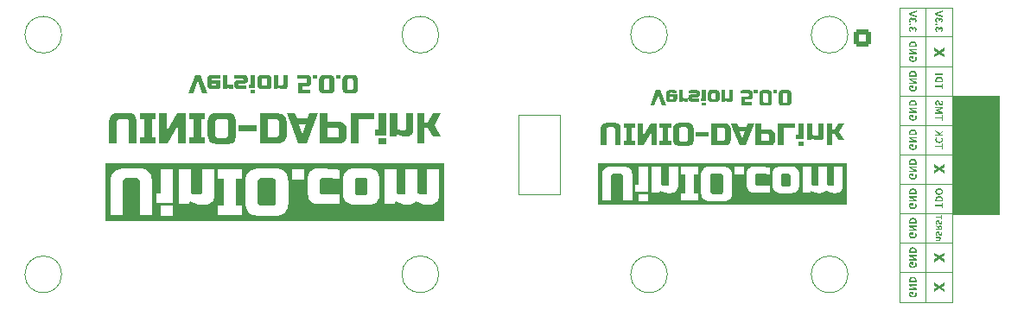
<source format=gbo>
%TF.GenerationSoftware,KiCad,Pcbnew,8.0.6*%
%TF.CreationDate,2024-11-01T14:03:40+08:00*%
%TF.ProjectId,UINIO-DAPLink,55494e49-4f2d-4444-9150-4c696e6b2e6b,Version 5.0.0*%
%TF.SameCoordinates,PX6192070PY5393438*%
%TF.FileFunction,Legend,Bot*%
%TF.FilePolarity,Positive*%
%FSLAX46Y46*%
G04 Gerber Fmt 4.6, Leading zero omitted, Abs format (unit mm)*
G04 Created by KiCad (PCBNEW 8.0.6) date 2024-11-01 14:03:40*
%MOMM*%
%LPD*%
G01*
G04 APERTURE LIST*
G04 Aperture macros list*
%AMRoundRect*
0 Rectangle with rounded corners*
0 $1 Rounding radius*
0 $2 $3 $4 $5 $6 $7 $8 $9 X,Y pos of 4 corners*
0 Add a 4 corners polygon primitive as box body*
4,1,4,$2,$3,$4,$5,$6,$7,$8,$9,$2,$3,0*
0 Add four circle primitives for the rounded corners*
1,1,$1+$1,$2,$3*
1,1,$1+$1,$4,$5*
1,1,$1+$1,$6,$7*
1,1,$1+$1,$8,$9*
0 Add four rect primitives between the rounded corners*
20,1,$1+$1,$2,$3,$4,$5,0*
20,1,$1+$1,$4,$5,$6,$7,0*
20,1,$1+$1,$6,$7,$8,$9,0*
20,1,$1+$1,$8,$9,$2,$3,0*%
G04 Aperture macros list end*
%ADD10C,0.100000*%
%ADD11C,0.300000*%
%ADD12C,0.150000*%
%ADD13C,0.250000*%
%ADD14R,1.700000X1.700000*%
%ADD15O,1.700000X1.700000*%
%ADD16C,2.200000*%
%ADD17RoundRect,0.250000X-0.600000X-0.600000X0.600000X-0.600000X0.600000X0.600000X-0.600000X0.600000X0*%
%ADD18C,1.700000*%
%ADD19C,0.650000*%
%ADD20O,2.100000X1.000000*%
%ADD21O,1.900000X1.000000*%
G04 APERTURE END LIST*
D10*
X84305000Y-12075001D02*
X89505000Y-12075001D01*
X84305000Y-20745001D02*
X89505000Y-20745001D01*
X47000000Y-11100000D02*
X51050000Y-11100000D01*
X51050000Y-18900000D01*
X47000000Y-18900000D01*
X47000000Y-11100000D01*
X84305000Y-26525001D02*
X89505000Y-26525001D01*
X84305000Y-9185001D02*
X89505000Y-9185001D01*
X84305000Y-3405001D02*
X89505000Y-3405001D01*
X84305000Y-17855001D02*
X89505000Y-17855001D01*
X84305000Y-23635001D02*
X89505000Y-23635001D01*
X84305000Y-534001D02*
X89505000Y-534001D01*
X89505000Y-29434001D01*
X84305000Y-29434001D01*
X84305000Y-534001D01*
X84305000Y-14965001D02*
X89505000Y-14965001D01*
X89540000Y-9230000D02*
X94100000Y-9230000D01*
X94100000Y-20770000D01*
X89540000Y-20770000D01*
X89540000Y-9230000D01*
G36*
X89540000Y-9230000D02*
G01*
X94100000Y-9230000D01*
X94100000Y-20770000D01*
X89540000Y-20770000D01*
X89540000Y-9230000D01*
G37*
X84305000Y-6295001D02*
X89505000Y-6295001D01*
X86905000Y-539001D02*
X86905000Y-29429001D01*
G36*
X85268557Y-8432125D02*
G01*
X85270334Y-8395018D01*
X85275426Y-8359639D01*
X85283479Y-8326223D01*
X85297170Y-8287574D01*
X85314240Y-8252825D01*
X85333999Y-8222436D01*
X85355752Y-8196870D01*
X85684356Y-8196870D01*
X85684356Y-8454693D01*
X85565703Y-8454693D01*
X85565703Y-8326294D01*
X85421576Y-8326294D01*
X85403937Y-8357586D01*
X85395706Y-8390777D01*
X85393878Y-8416396D01*
X85396376Y-8454780D01*
X85403758Y-8489431D01*
X85420916Y-8529810D01*
X85446078Y-8563513D01*
X85478856Y-8590520D01*
X85518861Y-8610808D01*
X85553374Y-8621602D01*
X85591568Y-8628594D01*
X85633282Y-8631776D01*
X85647940Y-8631989D01*
X85690279Y-8629806D01*
X85729193Y-8623416D01*
X85764520Y-8613056D01*
X85796100Y-8598963D01*
X85832096Y-8574778D01*
X85860759Y-8544943D01*
X85881707Y-8510020D01*
X85894556Y-8470574D01*
X85898924Y-8427167D01*
X85896251Y-8392687D01*
X85887041Y-8357951D01*
X85869904Y-8323992D01*
X85847374Y-8294406D01*
X85837887Y-8284065D01*
X85930382Y-8207641D01*
X85956821Y-8236836D01*
X85977181Y-8265482D01*
X85994988Y-8298213D01*
X86009276Y-8335175D01*
X86019079Y-8376519D01*
X86023042Y-8412849D01*
X86023561Y-8432125D01*
X86021926Y-8467842D01*
X86017061Y-8502494D01*
X86009025Y-8535911D01*
X85991157Y-8583344D01*
X85966490Y-8627036D01*
X85935225Y-8666407D01*
X85897565Y-8700882D01*
X85869003Y-8720859D01*
X85837748Y-8738232D01*
X85803859Y-8752830D01*
X85767395Y-8764482D01*
X85728417Y-8773016D01*
X85686983Y-8778262D01*
X85643153Y-8780049D01*
X85598853Y-8778305D01*
X85557206Y-8773177D01*
X85518240Y-8764819D01*
X85481984Y-8753383D01*
X85448466Y-8739024D01*
X85417714Y-8721896D01*
X85389756Y-8702152D01*
X85353121Y-8667968D01*
X85322933Y-8628764D01*
X85299287Y-8585058D01*
X85282279Y-8537371D01*
X85274675Y-8503623D01*
X85270091Y-8468490D01*
X85268557Y-8432125D01*
G37*
G36*
X85279500Y-8041458D02*
G01*
X85279500Y-7904169D01*
X85568781Y-7904169D01*
X85607851Y-7904902D01*
X85647645Y-7906876D01*
X85687687Y-7909755D01*
X85727499Y-7913202D01*
X85766603Y-7916881D01*
X85804523Y-7920455D01*
X85819252Y-7921779D01*
X85819252Y-7916992D01*
X85664695Y-7843475D01*
X85279500Y-7633695D01*
X85279500Y-7486661D01*
X86001677Y-7486661D01*
X86001677Y-7623950D01*
X85712225Y-7623950D01*
X85673603Y-7623150D01*
X85633608Y-7621005D01*
X85593047Y-7617899D01*
X85552725Y-7614216D01*
X85513449Y-7610338D01*
X85476024Y-7606650D01*
X85461754Y-7605314D01*
X85461754Y-7610272D01*
X85617336Y-7682763D01*
X86001677Y-7893398D01*
X86001677Y-8041458D01*
X85279500Y-8041458D01*
G37*
G36*
X85687047Y-6751547D02*
G01*
X85728147Y-6756283D01*
X85766300Y-6764080D01*
X85801522Y-6774862D01*
X85833829Y-6788550D01*
X85876863Y-6814360D01*
X85913435Y-6846271D01*
X85943601Y-6884020D01*
X85967417Y-6927344D01*
X85984941Y-6975980D01*
X85993156Y-7011226D01*
X85998615Y-7048637D01*
X86001337Y-7088137D01*
X86001677Y-7108646D01*
X86001677Y-7307655D01*
X85279500Y-7307655D01*
X85279500Y-7117537D01*
X85396101Y-7117537D01*
X85396101Y-7162502D01*
X85884904Y-7162502D01*
X85884904Y-7117537D01*
X85883128Y-7080872D01*
X85877654Y-7047059D01*
X85864229Y-7006696D01*
X85843330Y-6972085D01*
X85814441Y-6943619D01*
X85777048Y-6921687D01*
X85743113Y-6909762D01*
X85703887Y-6901897D01*
X85659154Y-6898257D01*
X85642982Y-6898011D01*
X85596439Y-6900206D01*
X85555187Y-6906681D01*
X85519069Y-6917271D01*
X85487931Y-6931812D01*
X85453889Y-6957060D01*
X85428054Y-6988647D01*
X85410056Y-7026182D01*
X85399528Y-7069276D01*
X85396312Y-7105008D01*
X85396101Y-7117537D01*
X85279500Y-7117537D01*
X85279500Y-7100782D01*
X85280922Y-7061651D01*
X85285188Y-7024397D01*
X85292298Y-6989109D01*
X85302249Y-6955876D01*
X85322503Y-6910077D01*
X85349146Y-6869405D01*
X85382174Y-6834163D01*
X85421585Y-6804651D01*
X85467374Y-6781172D01*
X85501443Y-6769021D01*
X85538344Y-6759774D01*
X85578076Y-6753521D01*
X85620639Y-6750351D01*
X85642982Y-6749951D01*
X85687047Y-6751547D01*
G37*
G36*
X85268557Y-25742126D02*
G01*
X85270334Y-25705019D01*
X85275426Y-25669640D01*
X85283479Y-25636224D01*
X85297170Y-25597575D01*
X85314240Y-25562826D01*
X85333999Y-25532437D01*
X85355752Y-25506871D01*
X85684356Y-25506871D01*
X85684356Y-25764694D01*
X85565703Y-25764694D01*
X85565703Y-25636295D01*
X85421576Y-25636295D01*
X85403937Y-25667587D01*
X85395706Y-25700778D01*
X85393878Y-25726397D01*
X85396376Y-25764781D01*
X85403758Y-25799432D01*
X85420916Y-25839811D01*
X85446078Y-25873514D01*
X85478856Y-25900521D01*
X85518861Y-25920809D01*
X85553374Y-25931603D01*
X85591568Y-25938595D01*
X85633282Y-25941777D01*
X85647940Y-25941990D01*
X85690279Y-25939807D01*
X85729193Y-25933417D01*
X85764520Y-25923057D01*
X85796100Y-25908964D01*
X85832096Y-25884779D01*
X85860759Y-25854944D01*
X85881707Y-25820021D01*
X85894556Y-25780575D01*
X85898924Y-25737168D01*
X85896251Y-25702688D01*
X85887041Y-25667952D01*
X85869904Y-25633993D01*
X85847374Y-25604407D01*
X85837887Y-25594066D01*
X85930382Y-25517642D01*
X85956821Y-25546837D01*
X85977181Y-25575483D01*
X85994988Y-25608214D01*
X86009276Y-25645176D01*
X86019079Y-25686520D01*
X86023042Y-25722850D01*
X86023561Y-25742126D01*
X86021926Y-25777843D01*
X86017061Y-25812495D01*
X86009025Y-25845912D01*
X85991157Y-25893345D01*
X85966490Y-25937037D01*
X85935225Y-25976408D01*
X85897565Y-26010883D01*
X85869003Y-26030860D01*
X85837748Y-26048233D01*
X85803859Y-26062831D01*
X85767395Y-26074483D01*
X85728417Y-26083017D01*
X85686983Y-26088263D01*
X85643153Y-26090050D01*
X85598853Y-26088306D01*
X85557206Y-26083178D01*
X85518240Y-26074820D01*
X85481984Y-26063384D01*
X85448466Y-26049025D01*
X85417714Y-26031897D01*
X85389756Y-26012153D01*
X85353121Y-25977969D01*
X85322933Y-25938765D01*
X85299287Y-25895059D01*
X85282279Y-25847372D01*
X85274675Y-25813624D01*
X85270091Y-25778491D01*
X85268557Y-25742126D01*
G37*
G36*
X85279500Y-25351459D02*
G01*
X85279500Y-25214170D01*
X85568781Y-25214170D01*
X85607851Y-25214903D01*
X85647645Y-25216877D01*
X85687687Y-25219756D01*
X85727499Y-25223203D01*
X85766603Y-25226882D01*
X85804523Y-25230456D01*
X85819252Y-25231780D01*
X85819252Y-25226993D01*
X85664695Y-25153476D01*
X85279500Y-24943696D01*
X85279500Y-24796662D01*
X86001677Y-24796662D01*
X86001677Y-24933951D01*
X85712225Y-24933951D01*
X85673603Y-24933151D01*
X85633608Y-24931006D01*
X85593047Y-24927900D01*
X85552725Y-24924217D01*
X85513449Y-24920339D01*
X85476024Y-24916651D01*
X85461754Y-24915315D01*
X85461754Y-24920273D01*
X85617336Y-24992764D01*
X86001677Y-25203399D01*
X86001677Y-25351459D01*
X85279500Y-25351459D01*
G37*
G36*
X85687047Y-24061548D02*
G01*
X85728147Y-24066284D01*
X85766300Y-24074081D01*
X85801522Y-24084863D01*
X85833829Y-24098551D01*
X85876863Y-24124361D01*
X85913435Y-24156272D01*
X85943601Y-24194021D01*
X85967417Y-24237345D01*
X85984941Y-24285981D01*
X85993156Y-24321227D01*
X85998615Y-24358638D01*
X86001337Y-24398138D01*
X86001677Y-24418647D01*
X86001677Y-24617656D01*
X85279500Y-24617656D01*
X85279500Y-24427538D01*
X85396101Y-24427538D01*
X85396101Y-24472503D01*
X85884904Y-24472503D01*
X85884904Y-24427538D01*
X85883128Y-24390873D01*
X85877654Y-24357060D01*
X85864229Y-24316697D01*
X85843330Y-24282086D01*
X85814441Y-24253620D01*
X85777048Y-24231688D01*
X85743113Y-24219763D01*
X85703887Y-24211898D01*
X85659154Y-24208258D01*
X85642982Y-24208012D01*
X85596439Y-24210207D01*
X85555187Y-24216682D01*
X85519069Y-24227272D01*
X85487931Y-24241813D01*
X85453889Y-24267061D01*
X85428054Y-24298648D01*
X85410056Y-24336183D01*
X85399528Y-24379277D01*
X85396312Y-24415009D01*
X85396101Y-24427538D01*
X85279500Y-24427538D01*
X85279500Y-24410783D01*
X85280922Y-24371652D01*
X85285188Y-24334398D01*
X85292298Y-24299110D01*
X85302249Y-24265877D01*
X85322503Y-24220078D01*
X85349146Y-24179406D01*
X85382174Y-24144164D01*
X85421585Y-24114652D01*
X85467374Y-24091173D01*
X85501443Y-24079022D01*
X85538344Y-24069775D01*
X85578076Y-24063522D01*
X85620639Y-24060352D01*
X85642982Y-24059952D01*
X85687047Y-24061548D01*
G37*
G36*
X85268557Y-14182125D02*
G01*
X85270334Y-14145018D01*
X85275426Y-14109639D01*
X85283479Y-14076223D01*
X85297170Y-14037574D01*
X85314240Y-14002825D01*
X85333999Y-13972436D01*
X85355752Y-13946870D01*
X85684356Y-13946870D01*
X85684356Y-14204693D01*
X85565703Y-14204693D01*
X85565703Y-14076294D01*
X85421576Y-14076294D01*
X85403937Y-14107586D01*
X85395706Y-14140777D01*
X85393878Y-14166396D01*
X85396376Y-14204780D01*
X85403758Y-14239431D01*
X85420916Y-14279810D01*
X85446078Y-14313513D01*
X85478856Y-14340520D01*
X85518861Y-14360808D01*
X85553374Y-14371602D01*
X85591568Y-14378594D01*
X85633282Y-14381776D01*
X85647940Y-14381989D01*
X85690279Y-14379806D01*
X85729193Y-14373416D01*
X85764520Y-14363056D01*
X85796100Y-14348963D01*
X85832096Y-14324778D01*
X85860759Y-14294943D01*
X85881707Y-14260020D01*
X85894556Y-14220574D01*
X85898924Y-14177167D01*
X85896251Y-14142687D01*
X85887041Y-14107951D01*
X85869904Y-14073992D01*
X85847374Y-14044406D01*
X85837887Y-14034065D01*
X85930382Y-13957641D01*
X85956821Y-13986836D01*
X85977181Y-14015482D01*
X85994988Y-14048213D01*
X86009276Y-14085175D01*
X86019079Y-14126519D01*
X86023042Y-14162849D01*
X86023561Y-14182125D01*
X86021926Y-14217842D01*
X86017061Y-14252494D01*
X86009025Y-14285911D01*
X85991157Y-14333344D01*
X85966490Y-14377036D01*
X85935225Y-14416407D01*
X85897565Y-14450882D01*
X85869003Y-14470859D01*
X85837748Y-14488232D01*
X85803859Y-14502830D01*
X85767395Y-14514482D01*
X85728417Y-14523016D01*
X85686983Y-14528262D01*
X85643153Y-14530049D01*
X85598853Y-14528305D01*
X85557206Y-14523177D01*
X85518240Y-14514819D01*
X85481984Y-14503383D01*
X85448466Y-14489024D01*
X85417714Y-14471896D01*
X85389756Y-14452152D01*
X85353121Y-14417968D01*
X85322933Y-14378764D01*
X85299287Y-14335058D01*
X85282279Y-14287371D01*
X85274675Y-14253623D01*
X85270091Y-14218490D01*
X85268557Y-14182125D01*
G37*
G36*
X85279500Y-13791458D02*
G01*
X85279500Y-13654169D01*
X85568781Y-13654169D01*
X85607851Y-13654902D01*
X85647645Y-13656876D01*
X85687687Y-13659755D01*
X85727499Y-13663202D01*
X85766603Y-13666881D01*
X85804523Y-13670455D01*
X85819252Y-13671779D01*
X85819252Y-13666992D01*
X85664695Y-13593475D01*
X85279500Y-13383695D01*
X85279500Y-13236661D01*
X86001677Y-13236661D01*
X86001677Y-13373950D01*
X85712225Y-13373950D01*
X85673603Y-13373150D01*
X85633608Y-13371005D01*
X85593047Y-13367899D01*
X85552725Y-13364216D01*
X85513449Y-13360338D01*
X85476024Y-13356650D01*
X85461754Y-13355314D01*
X85461754Y-13360272D01*
X85617336Y-13432763D01*
X86001677Y-13643398D01*
X86001677Y-13791458D01*
X85279500Y-13791458D01*
G37*
G36*
X85687047Y-12501547D02*
G01*
X85728147Y-12506283D01*
X85766300Y-12514080D01*
X85801522Y-12524862D01*
X85833829Y-12538550D01*
X85876863Y-12564360D01*
X85913435Y-12596271D01*
X85943601Y-12634020D01*
X85967417Y-12677344D01*
X85984941Y-12725980D01*
X85993156Y-12761226D01*
X85998615Y-12798637D01*
X86001337Y-12838137D01*
X86001677Y-12858646D01*
X86001677Y-13057655D01*
X85279500Y-13057655D01*
X85279500Y-12867537D01*
X85396101Y-12867537D01*
X85396101Y-12912502D01*
X85884904Y-12912502D01*
X85884904Y-12867537D01*
X85883128Y-12830872D01*
X85877654Y-12797059D01*
X85864229Y-12756696D01*
X85843330Y-12722085D01*
X85814441Y-12693619D01*
X85777048Y-12671687D01*
X85743113Y-12659762D01*
X85703887Y-12651897D01*
X85659154Y-12648257D01*
X85642982Y-12648011D01*
X85596439Y-12650206D01*
X85555187Y-12656681D01*
X85519069Y-12667271D01*
X85487931Y-12681812D01*
X85453889Y-12707060D01*
X85428054Y-12738647D01*
X85410056Y-12776182D01*
X85399528Y-12819276D01*
X85396312Y-12855008D01*
X85396101Y-12867537D01*
X85279500Y-12867537D01*
X85279500Y-12850782D01*
X85280922Y-12811651D01*
X85285188Y-12774397D01*
X85292298Y-12739109D01*
X85302249Y-12705876D01*
X85322503Y-12660077D01*
X85349146Y-12619405D01*
X85382174Y-12584163D01*
X85421585Y-12554651D01*
X85467374Y-12531172D01*
X85501443Y-12519021D01*
X85538344Y-12509774D01*
X85578076Y-12503521D01*
X85620639Y-12500351D01*
X85642982Y-12499951D01*
X85687047Y-12501547D01*
G37*
G36*
X87849500Y-14230679D02*
G01*
X87849500Y-14085697D01*
X88450117Y-14085697D01*
X88450117Y-13879849D01*
X88571677Y-13879849D01*
X88571677Y-14434647D01*
X88450117Y-14434647D01*
X88450117Y-14230679D01*
X87849500Y-14230679D01*
G37*
G36*
X87838557Y-13496876D02*
G01*
X87840287Y-13462337D01*
X87847259Y-13421390D01*
X87859475Y-13382940D01*
X87876829Y-13347010D01*
X87899217Y-13313623D01*
X87926532Y-13282804D01*
X87945243Y-13265554D01*
X88035857Y-13341977D01*
X88010048Y-13369008D01*
X87988972Y-13398956D01*
X87973683Y-13432187D01*
X87965232Y-13469066D01*
X87963878Y-13491918D01*
X87968295Y-13532981D01*
X87981288Y-13569862D01*
X88002476Y-13602163D01*
X88031476Y-13629485D01*
X88067905Y-13651429D01*
X88099872Y-13664119D01*
X88135641Y-13673391D01*
X88175051Y-13679078D01*
X88217940Y-13681011D01*
X88260319Y-13678888D01*
X88299257Y-13672698D01*
X88334595Y-13662713D01*
X88366175Y-13649202D01*
X88402160Y-13626172D01*
X88430804Y-13597997D01*
X88451731Y-13565318D01*
X88464563Y-13528775D01*
X88468924Y-13489012D01*
X88465428Y-13454731D01*
X88453716Y-13419382D01*
X88435157Y-13387425D01*
X88411191Y-13358138D01*
X88407887Y-13354629D01*
X88500382Y-13279231D01*
X88527202Y-13308421D01*
X88547636Y-13336792D01*
X88565372Y-13368649D01*
X88579514Y-13403811D01*
X88589167Y-13442099D01*
X88593433Y-13483334D01*
X88593561Y-13491918D01*
X88589893Y-13542588D01*
X88579024Y-13591091D01*
X88561153Y-13636813D01*
X88536481Y-13679138D01*
X88505208Y-13717451D01*
X88467534Y-13751137D01*
X88438962Y-13770719D01*
X88407693Y-13787789D01*
X88373787Y-13802165D01*
X88337304Y-13813663D01*
X88298302Y-13822101D01*
X88256842Y-13827298D01*
X88212982Y-13829071D01*
X88168712Y-13827354D01*
X88127091Y-13822314D01*
X88088148Y-13814120D01*
X88051912Y-13802939D01*
X88018410Y-13788939D01*
X87987672Y-13772288D01*
X87946808Y-13742708D01*
X87912323Y-13708106D01*
X87884312Y-13669049D01*
X87862873Y-13626103D01*
X87848100Y-13579835D01*
X87840091Y-13530811D01*
X87838557Y-13496876D01*
G37*
G36*
X87849500Y-13149294D02*
G01*
X87849500Y-13004141D01*
X88052099Y-13004141D01*
X88174001Y-12909081D01*
X87849500Y-12721014D01*
X87849500Y-12562183D01*
X88287012Y-12822913D01*
X88571677Y-12601335D01*
X88571677Y-12761192D01*
X88257776Y-13001234D01*
X88257776Y-13004141D01*
X88571677Y-13004141D01*
X88571677Y-13149294D01*
X87849500Y-13149294D01*
G37*
G36*
X85268557Y-2685391D02*
G01*
X85270527Y-2647180D01*
X85276364Y-2610568D01*
X85285959Y-2576026D01*
X85299203Y-2544026D01*
X85322349Y-2506129D01*
X85351530Y-2474707D01*
X85386487Y-2450879D01*
X85426961Y-2435762D01*
X85472696Y-2430474D01*
X85513560Y-2434902D01*
X85549515Y-2447511D01*
X85580437Y-2467292D01*
X85606199Y-2493236D01*
X85626677Y-2524332D01*
X85641746Y-2559572D01*
X85646230Y-2574602D01*
X85651188Y-2574602D01*
X85667053Y-2541533D01*
X85686286Y-2513236D01*
X85713827Y-2486061D01*
X85746255Y-2466838D01*
X85783590Y-2456155D01*
X85811216Y-2454068D01*
X85854350Y-2458427D01*
X85892331Y-2471112D01*
X85924974Y-2491539D01*
X85952095Y-2519122D01*
X85973511Y-2553278D01*
X85989036Y-2593419D01*
X85996703Y-2627103D01*
X86000875Y-2663577D01*
X86001677Y-2689323D01*
X85999145Y-2728127D01*
X85991794Y-2764853D01*
X85979986Y-2799698D01*
X85964085Y-2832863D01*
X85944456Y-2864547D01*
X85921463Y-2894950D01*
X85911405Y-2906797D01*
X85823013Y-2833280D01*
X85847141Y-2805038D01*
X85866195Y-2776404D01*
X85881040Y-2742317D01*
X85887695Y-2705793D01*
X85887982Y-2696162D01*
X85883422Y-2659532D01*
X85867590Y-2627657D01*
X85837348Y-2605545D01*
X85800445Y-2599051D01*
X85763104Y-2605749D01*
X85732331Y-2627797D01*
X85712474Y-2661136D01*
X85701346Y-2700510D01*
X85696439Y-2740366D01*
X85695299Y-2775492D01*
X85591349Y-2775492D01*
X85590257Y-2734100D01*
X85587035Y-2698448D01*
X85579557Y-2659211D01*
X85565357Y-2622286D01*
X85541676Y-2593530D01*
X85505675Y-2577743D01*
X85481415Y-2575628D01*
X85445543Y-2582519D01*
X85414228Y-2605824D01*
X85395985Y-2637862D01*
X85387638Y-2672657D01*
X85386014Y-2699068D01*
X85389256Y-2734681D01*
X85398393Y-2767734D01*
X85415320Y-2803204D01*
X85437657Y-2835507D01*
X85460044Y-2860806D01*
X85369430Y-2928339D01*
X85343527Y-2902486D01*
X85320427Y-2872521D01*
X85300781Y-2838191D01*
X85285237Y-2799242D01*
X85276192Y-2764584D01*
X85270522Y-2726678D01*
X85268557Y-2685391D01*
G37*
G36*
X85268557Y-2217959D02*
G01*
X85275797Y-2181927D01*
X85295699Y-2153332D01*
X85325539Y-2134483D01*
X85362591Y-2127686D01*
X85400004Y-2134483D01*
X85429803Y-2153332D01*
X85449505Y-2181927D01*
X85456624Y-2217959D01*
X85449505Y-2253371D01*
X85429803Y-2281602D01*
X85400004Y-2300281D01*
X85362591Y-2307034D01*
X85325539Y-2300281D01*
X85295699Y-2281602D01*
X85275797Y-2253371D01*
X85268557Y-2217959D01*
G37*
G36*
X85268557Y-1790192D02*
G01*
X85270527Y-1751981D01*
X85276364Y-1715369D01*
X85285959Y-1680827D01*
X85299203Y-1648827D01*
X85322349Y-1610930D01*
X85351530Y-1579508D01*
X85386487Y-1555680D01*
X85426961Y-1540563D01*
X85472696Y-1535275D01*
X85513560Y-1539703D01*
X85549515Y-1552312D01*
X85580437Y-1572093D01*
X85606199Y-1598037D01*
X85626677Y-1629133D01*
X85641746Y-1664373D01*
X85646230Y-1679403D01*
X85651188Y-1679403D01*
X85667053Y-1646334D01*
X85686286Y-1618037D01*
X85713827Y-1590862D01*
X85746255Y-1571639D01*
X85783590Y-1560956D01*
X85811216Y-1558869D01*
X85854350Y-1563228D01*
X85892331Y-1575913D01*
X85924974Y-1596340D01*
X85952095Y-1623923D01*
X85973511Y-1658079D01*
X85989036Y-1698221D01*
X85996703Y-1731904D01*
X86000875Y-1768379D01*
X86001677Y-1794124D01*
X85999145Y-1832929D01*
X85991794Y-1869654D01*
X85979986Y-1904499D01*
X85964085Y-1937664D01*
X85944456Y-1969348D01*
X85921463Y-1999751D01*
X85911405Y-2011598D01*
X85823013Y-1938081D01*
X85847141Y-1909839D01*
X85866195Y-1881205D01*
X85881040Y-1847118D01*
X85887695Y-1810595D01*
X85887982Y-1800963D01*
X85883422Y-1764334D01*
X85867590Y-1732458D01*
X85837348Y-1710346D01*
X85800445Y-1703852D01*
X85763104Y-1710550D01*
X85732331Y-1732599D01*
X85712474Y-1765937D01*
X85701346Y-1805311D01*
X85696439Y-1845167D01*
X85695299Y-1880293D01*
X85591349Y-1880293D01*
X85590257Y-1838901D01*
X85587035Y-1803249D01*
X85579557Y-1764012D01*
X85565357Y-1727087D01*
X85541676Y-1698332D01*
X85505675Y-1682544D01*
X85481415Y-1680429D01*
X85445543Y-1687320D01*
X85414228Y-1710626D01*
X85395985Y-1742663D01*
X85387638Y-1777458D01*
X85386014Y-1803869D01*
X85389256Y-1839483D01*
X85398393Y-1872535D01*
X85415320Y-1908005D01*
X85437657Y-1940308D01*
X85460044Y-1965607D01*
X85369430Y-2033140D01*
X85343527Y-2007287D01*
X85320427Y-1977323D01*
X85300781Y-1942993D01*
X85285237Y-1904043D01*
X85276192Y-1869386D01*
X85270522Y-1831479D01*
X85268557Y-1790192D01*
G37*
G36*
X85279500Y-1264972D02*
G01*
X85279500Y-1091437D01*
X86001677Y-869860D01*
X86001677Y-1016894D01*
X85649821Y-1111099D01*
X85613100Y-1121165D01*
X85577072Y-1130586D01*
X85541376Y-1139696D01*
X85505651Y-1148828D01*
X85469539Y-1158312D01*
X85432678Y-1168484D01*
X85417643Y-1172819D01*
X85417643Y-1177606D01*
X85454906Y-1187736D01*
X85491283Y-1197178D01*
X85527145Y-1206243D01*
X85562858Y-1215246D01*
X85598789Y-1224500D01*
X85635308Y-1234317D01*
X85650162Y-1238472D01*
X86001677Y-1334557D01*
X86001677Y-1486378D01*
X85279500Y-1264972D01*
G37*
G36*
X87849500Y-8349374D02*
G01*
X87849500Y-8204392D01*
X88450117Y-8204392D01*
X88450117Y-7998544D01*
X88571677Y-7998544D01*
X88571677Y-8553342D01*
X88450117Y-8553342D01*
X88450117Y-8349374D01*
X87849500Y-8349374D01*
G37*
G36*
X88257047Y-7325321D02*
G01*
X88298147Y-7330057D01*
X88336300Y-7337855D01*
X88371522Y-7348636D01*
X88403829Y-7362324D01*
X88446863Y-7388135D01*
X88483435Y-7420046D01*
X88513601Y-7457795D01*
X88537417Y-7501119D01*
X88554941Y-7549755D01*
X88563156Y-7585000D01*
X88568615Y-7622412D01*
X88571337Y-7661912D01*
X88571677Y-7682420D01*
X88571677Y-7881430D01*
X87849500Y-7881430D01*
X87849500Y-7691311D01*
X87966101Y-7691311D01*
X87966101Y-7736276D01*
X88454904Y-7736276D01*
X88454904Y-7691311D01*
X88453128Y-7654646D01*
X88447654Y-7620833D01*
X88434229Y-7580470D01*
X88413330Y-7545860D01*
X88384441Y-7517393D01*
X88347048Y-7495462D01*
X88313113Y-7483536D01*
X88273887Y-7475671D01*
X88229154Y-7472031D01*
X88212982Y-7471785D01*
X88166439Y-7473980D01*
X88125187Y-7480455D01*
X88089069Y-7491046D01*
X88057931Y-7505586D01*
X88023889Y-7530834D01*
X87998054Y-7562421D01*
X87980056Y-7599957D01*
X87969528Y-7643050D01*
X87966312Y-7678783D01*
X87966101Y-7691311D01*
X87849500Y-7691311D01*
X87849500Y-7674556D01*
X87850922Y-7635425D01*
X87855188Y-7598171D01*
X87862298Y-7562883D01*
X87872249Y-7529651D01*
X87892503Y-7483851D01*
X87919146Y-7443179D01*
X87952174Y-7407937D01*
X87991585Y-7378425D01*
X88037374Y-7354947D01*
X88071443Y-7342795D01*
X88108344Y-7333548D01*
X88148076Y-7327295D01*
X88190639Y-7324126D01*
X88212982Y-7323725D01*
X88257047Y-7325321D01*
G37*
G36*
X87849500Y-7181820D02*
G01*
X87849500Y-7036667D01*
X88571677Y-7036667D01*
X88571677Y-7181820D01*
X87849500Y-7181820D01*
G37*
G36*
X85268557Y-11302125D02*
G01*
X85270334Y-11265018D01*
X85275426Y-11229639D01*
X85283479Y-11196223D01*
X85297170Y-11157574D01*
X85314240Y-11122825D01*
X85333999Y-11092436D01*
X85355752Y-11066870D01*
X85684356Y-11066870D01*
X85684356Y-11324693D01*
X85565703Y-11324693D01*
X85565703Y-11196294D01*
X85421576Y-11196294D01*
X85403937Y-11227586D01*
X85395706Y-11260777D01*
X85393878Y-11286396D01*
X85396376Y-11324780D01*
X85403758Y-11359431D01*
X85420916Y-11399810D01*
X85446078Y-11433513D01*
X85478856Y-11460520D01*
X85518861Y-11480808D01*
X85553374Y-11491602D01*
X85591568Y-11498594D01*
X85633282Y-11501776D01*
X85647940Y-11501989D01*
X85690279Y-11499806D01*
X85729193Y-11493416D01*
X85764520Y-11483056D01*
X85796100Y-11468963D01*
X85832096Y-11444778D01*
X85860759Y-11414943D01*
X85881707Y-11380020D01*
X85894556Y-11340574D01*
X85898924Y-11297167D01*
X85896251Y-11262687D01*
X85887041Y-11227951D01*
X85869904Y-11193992D01*
X85847374Y-11164406D01*
X85837887Y-11154065D01*
X85930382Y-11077641D01*
X85956821Y-11106836D01*
X85977181Y-11135482D01*
X85994988Y-11168213D01*
X86009276Y-11205175D01*
X86019079Y-11246519D01*
X86023042Y-11282849D01*
X86023561Y-11302125D01*
X86021926Y-11337842D01*
X86017061Y-11372494D01*
X86009025Y-11405911D01*
X85991157Y-11453344D01*
X85966490Y-11497036D01*
X85935225Y-11536407D01*
X85897565Y-11570882D01*
X85869003Y-11590859D01*
X85837748Y-11608232D01*
X85803859Y-11622830D01*
X85767395Y-11634482D01*
X85728417Y-11643016D01*
X85686983Y-11648262D01*
X85643153Y-11650049D01*
X85598853Y-11648305D01*
X85557206Y-11643177D01*
X85518240Y-11634819D01*
X85481984Y-11623383D01*
X85448466Y-11609024D01*
X85417714Y-11591896D01*
X85389756Y-11572152D01*
X85353121Y-11537968D01*
X85322933Y-11498764D01*
X85299287Y-11455058D01*
X85282279Y-11407371D01*
X85274675Y-11373623D01*
X85270091Y-11338490D01*
X85268557Y-11302125D01*
G37*
G36*
X85279500Y-10911458D02*
G01*
X85279500Y-10774169D01*
X85568781Y-10774169D01*
X85607851Y-10774902D01*
X85647645Y-10776876D01*
X85687687Y-10779755D01*
X85727499Y-10783202D01*
X85766603Y-10786881D01*
X85804523Y-10790455D01*
X85819252Y-10791779D01*
X85819252Y-10786992D01*
X85664695Y-10713475D01*
X85279500Y-10503695D01*
X85279500Y-10356661D01*
X86001677Y-10356661D01*
X86001677Y-10493950D01*
X85712225Y-10493950D01*
X85673603Y-10493150D01*
X85633608Y-10491005D01*
X85593047Y-10487899D01*
X85552725Y-10484216D01*
X85513449Y-10480338D01*
X85476024Y-10476650D01*
X85461754Y-10475314D01*
X85461754Y-10480272D01*
X85617336Y-10552763D01*
X86001677Y-10763398D01*
X86001677Y-10911458D01*
X85279500Y-10911458D01*
G37*
G36*
X85687047Y-9621547D02*
G01*
X85728147Y-9626283D01*
X85766300Y-9634080D01*
X85801522Y-9644862D01*
X85833829Y-9658550D01*
X85876863Y-9684360D01*
X85913435Y-9716271D01*
X85943601Y-9754020D01*
X85967417Y-9797344D01*
X85984941Y-9845980D01*
X85993156Y-9881226D01*
X85998615Y-9918637D01*
X86001337Y-9958137D01*
X86001677Y-9978646D01*
X86001677Y-10177655D01*
X85279500Y-10177655D01*
X85279500Y-9987537D01*
X85396101Y-9987537D01*
X85396101Y-10032502D01*
X85884904Y-10032502D01*
X85884904Y-9987537D01*
X85883128Y-9950872D01*
X85877654Y-9917059D01*
X85864229Y-9876696D01*
X85843330Y-9842085D01*
X85814441Y-9813619D01*
X85777048Y-9791687D01*
X85743113Y-9779762D01*
X85703887Y-9771897D01*
X85659154Y-9768257D01*
X85642982Y-9768011D01*
X85596439Y-9770206D01*
X85555187Y-9776681D01*
X85519069Y-9787271D01*
X85487931Y-9801812D01*
X85453889Y-9827060D01*
X85428054Y-9858647D01*
X85410056Y-9896182D01*
X85399528Y-9939276D01*
X85396312Y-9975008D01*
X85396101Y-9987537D01*
X85279500Y-9987537D01*
X85279500Y-9970782D01*
X85280922Y-9931651D01*
X85285188Y-9894397D01*
X85292298Y-9859109D01*
X85302249Y-9825876D01*
X85322503Y-9780077D01*
X85349146Y-9739405D01*
X85382174Y-9704163D01*
X85421585Y-9674651D01*
X85467374Y-9651172D01*
X85501443Y-9639021D01*
X85538344Y-9629774D01*
X85578076Y-9623521D01*
X85620639Y-9620351D01*
X85642982Y-9619951D01*
X85687047Y-9621547D01*
G37*
G36*
X85268557Y-5546125D02*
G01*
X85270334Y-5509018D01*
X85275426Y-5473639D01*
X85283479Y-5440223D01*
X85297170Y-5401574D01*
X85314240Y-5366825D01*
X85333999Y-5336436D01*
X85355752Y-5310870D01*
X85684356Y-5310870D01*
X85684356Y-5568693D01*
X85565703Y-5568693D01*
X85565703Y-5440294D01*
X85421576Y-5440294D01*
X85403937Y-5471586D01*
X85395706Y-5504777D01*
X85393878Y-5530396D01*
X85396376Y-5568780D01*
X85403758Y-5603431D01*
X85420916Y-5643810D01*
X85446078Y-5677513D01*
X85478856Y-5704520D01*
X85518861Y-5724808D01*
X85553374Y-5735602D01*
X85591568Y-5742594D01*
X85633282Y-5745776D01*
X85647940Y-5745989D01*
X85690279Y-5743806D01*
X85729193Y-5737416D01*
X85764520Y-5727056D01*
X85796100Y-5712963D01*
X85832096Y-5688778D01*
X85860759Y-5658943D01*
X85881707Y-5624020D01*
X85894556Y-5584574D01*
X85898924Y-5541167D01*
X85896251Y-5506687D01*
X85887041Y-5471951D01*
X85869904Y-5437992D01*
X85847374Y-5408406D01*
X85837887Y-5398065D01*
X85930382Y-5321641D01*
X85956821Y-5350836D01*
X85977181Y-5379482D01*
X85994988Y-5412213D01*
X86009276Y-5449175D01*
X86019079Y-5490519D01*
X86023042Y-5526849D01*
X86023561Y-5546125D01*
X86021926Y-5581842D01*
X86017061Y-5616494D01*
X86009025Y-5649911D01*
X85991157Y-5697344D01*
X85966490Y-5741036D01*
X85935225Y-5780407D01*
X85897565Y-5814882D01*
X85869003Y-5834859D01*
X85837748Y-5852232D01*
X85803859Y-5866830D01*
X85767395Y-5878482D01*
X85728417Y-5887016D01*
X85686983Y-5892262D01*
X85643153Y-5894049D01*
X85598853Y-5892305D01*
X85557206Y-5887177D01*
X85518240Y-5878819D01*
X85481984Y-5867383D01*
X85448466Y-5853024D01*
X85417714Y-5835896D01*
X85389756Y-5816152D01*
X85353121Y-5781968D01*
X85322933Y-5742764D01*
X85299287Y-5699058D01*
X85282279Y-5651371D01*
X85274675Y-5617623D01*
X85270091Y-5582490D01*
X85268557Y-5546125D01*
G37*
G36*
X85279500Y-5155458D02*
G01*
X85279500Y-5018169D01*
X85568781Y-5018169D01*
X85607851Y-5018902D01*
X85647645Y-5020876D01*
X85687687Y-5023755D01*
X85727499Y-5027202D01*
X85766603Y-5030881D01*
X85804523Y-5034455D01*
X85819252Y-5035779D01*
X85819252Y-5030992D01*
X85664695Y-4957475D01*
X85279500Y-4747695D01*
X85279500Y-4600661D01*
X86001677Y-4600661D01*
X86001677Y-4737950D01*
X85712225Y-4737950D01*
X85673603Y-4737150D01*
X85633608Y-4735005D01*
X85593047Y-4731899D01*
X85552725Y-4728216D01*
X85513449Y-4724338D01*
X85476024Y-4720650D01*
X85461754Y-4719314D01*
X85461754Y-4724272D01*
X85617336Y-4796763D01*
X86001677Y-5007398D01*
X86001677Y-5155458D01*
X85279500Y-5155458D01*
G37*
G36*
X85687047Y-3865547D02*
G01*
X85728147Y-3870283D01*
X85766300Y-3878080D01*
X85801522Y-3888862D01*
X85833829Y-3902550D01*
X85876863Y-3928360D01*
X85913435Y-3960271D01*
X85943601Y-3998020D01*
X85967417Y-4041344D01*
X85984941Y-4089980D01*
X85993156Y-4125226D01*
X85998615Y-4162637D01*
X86001337Y-4202137D01*
X86001677Y-4222646D01*
X86001677Y-4421655D01*
X85279500Y-4421655D01*
X85279500Y-4231537D01*
X85396101Y-4231537D01*
X85396101Y-4276502D01*
X85884904Y-4276502D01*
X85884904Y-4231537D01*
X85883128Y-4194872D01*
X85877654Y-4161059D01*
X85864229Y-4120696D01*
X85843330Y-4086085D01*
X85814441Y-4057619D01*
X85777048Y-4035687D01*
X85743113Y-4023762D01*
X85703887Y-4015897D01*
X85659154Y-4012257D01*
X85642982Y-4012011D01*
X85596439Y-4014206D01*
X85555187Y-4020681D01*
X85519069Y-4031271D01*
X85487931Y-4045812D01*
X85453889Y-4071060D01*
X85428054Y-4102647D01*
X85410056Y-4140182D01*
X85399528Y-4183276D01*
X85396312Y-4219008D01*
X85396101Y-4231537D01*
X85279500Y-4231537D01*
X85279500Y-4214782D01*
X85280922Y-4175651D01*
X85285188Y-4138397D01*
X85292298Y-4103109D01*
X85302249Y-4069876D01*
X85322503Y-4024077D01*
X85349146Y-3983405D01*
X85382174Y-3948163D01*
X85421585Y-3918651D01*
X85467374Y-3895172D01*
X85501443Y-3883021D01*
X85538344Y-3873774D01*
X85578076Y-3867521D01*
X85620639Y-3864351D01*
X85642982Y-3863951D01*
X85687047Y-3865547D01*
G37*
G36*
X87891000Y-23444120D02*
G01*
X87891000Y-23320582D01*
X88211055Y-23320582D01*
X88231147Y-23299177D01*
X88250018Y-23273449D01*
X88261470Y-23243538D01*
X88263372Y-23223129D01*
X88258351Y-23193282D01*
X88238917Y-23170663D01*
X88207064Y-23159707D01*
X88172848Y-23156803D01*
X88166212Y-23156744D01*
X87891000Y-23156744D01*
X87891000Y-23033206D01*
X88181160Y-23033206D01*
X88212959Y-23034372D01*
X88242168Y-23037919D01*
X88276881Y-23046468D01*
X88306502Y-23059532D01*
X88330753Y-23077276D01*
X88353091Y-23106283D01*
X88364242Y-23135150D01*
X88369118Y-23169227D01*
X88369325Y-23178579D01*
X88365949Y-23212895D01*
X88356535Y-23244200D01*
X88342156Y-23272855D01*
X88323884Y-23299218D01*
X88302791Y-23323650D01*
X88295319Y-23331426D01*
X88295319Y-23334064D01*
X88359946Y-23343296D01*
X88359946Y-23444120D01*
X87891000Y-23444120D01*
G37*
G36*
X87881621Y-22710219D02*
G01*
X87883842Y-22671398D01*
X87890272Y-22635805D01*
X87900560Y-22603569D01*
X87914356Y-22574819D01*
X87931309Y-22549684D01*
X87958218Y-22522016D01*
X87989284Y-22501309D01*
X88023676Y-22487869D01*
X88060564Y-22482002D01*
X88070078Y-22481754D01*
X88102008Y-22484030D01*
X88136822Y-22492987D01*
X88166508Y-22508233D01*
X88191639Y-22529233D01*
X88212789Y-22555448D01*
X88230530Y-22586344D01*
X88239778Y-22606904D01*
X88274363Y-22688384D01*
X88285915Y-22716941D01*
X88299812Y-22745979D01*
X88318849Y-22770875D01*
X88348083Y-22784454D01*
X88356136Y-22784957D01*
X88386899Y-22777104D01*
X88408567Y-22754824D01*
X88419416Y-22724457D01*
X88421935Y-22696004D01*
X88419325Y-22663708D01*
X88411663Y-22633791D01*
X88399197Y-22605728D01*
X88382174Y-22578994D01*
X88370497Y-22564113D01*
X88448899Y-22501098D01*
X88471256Y-22526245D01*
X88490151Y-22554090D01*
X88505450Y-22584134D01*
X88517020Y-22615878D01*
X88524726Y-22648820D01*
X88528433Y-22682463D01*
X88528766Y-22696004D01*
X88526748Y-22730396D01*
X88520872Y-22762589D01*
X88511409Y-22792325D01*
X88498627Y-22819345D01*
X88476889Y-22850701D01*
X88450370Y-22876156D01*
X88419709Y-22895098D01*
X88385544Y-22906912D01*
X88348515Y-22910987D01*
X88316247Y-22908156D01*
X88287571Y-22900156D01*
X88256495Y-22884012D01*
X88230381Y-22862387D01*
X88208866Y-22836724D01*
X88191589Y-22808465D01*
X88180574Y-22784957D01*
X88145256Y-22701866D01*
X88132619Y-22672627D01*
X88118196Y-22644301D01*
X88098955Y-22621104D01*
X88069165Y-22608954D01*
X88060846Y-22608516D01*
X88031079Y-22614909D01*
X88008456Y-22633832D01*
X87995385Y-22660365D01*
X87989763Y-22690313D01*
X87989039Y-22707728D01*
X87991881Y-22738731D01*
X88000028Y-22769915D01*
X88012912Y-22800530D01*
X88029966Y-22829830D01*
X88050621Y-22857066D01*
X88058208Y-22865557D01*
X87972332Y-22937072D01*
X87951773Y-22913355D01*
X87933676Y-22887777D01*
X87918128Y-22860606D01*
X87905214Y-22832108D01*
X87895021Y-22802553D01*
X87887634Y-22772208D01*
X87883138Y-22741340D01*
X87881621Y-22710219D01*
G37*
G36*
X88144670Y-22040065D02*
G01*
X88159928Y-22008422D01*
X88179666Y-21980879D01*
X88203985Y-21957955D01*
X88232984Y-21940165D01*
X88266765Y-21928027D01*
X88297300Y-21922732D01*
X88322284Y-21921510D01*
X88359589Y-21924171D01*
X88392121Y-21931903D01*
X88420120Y-21944328D01*
X88450817Y-21967544D01*
X88474457Y-21997537D01*
X88487899Y-22023942D01*
X88497934Y-22053278D01*
X88504803Y-22085169D01*
X88508747Y-22119237D01*
X88510009Y-22155104D01*
X88510009Y-22371845D01*
X87891000Y-22371845D01*
X87891000Y-22247428D01*
X88125473Y-22247428D01*
X88125473Y-22166827D01*
X88223658Y-22166827D01*
X88223658Y-22247428D01*
X88410797Y-22247428D01*
X88410797Y-22166827D01*
X88409083Y-22132070D01*
X88403609Y-22102679D01*
X88391380Y-22074797D01*
X88368222Y-22052920D01*
X88339772Y-22043724D01*
X88322284Y-22042557D01*
X88288857Y-22047193D01*
X88262291Y-22060857D01*
X88242615Y-22083175D01*
X88229857Y-22113778D01*
X88224531Y-22145341D01*
X88223658Y-22166827D01*
X88125473Y-22166827D01*
X88125473Y-22160966D01*
X87891000Y-22033324D01*
X87891000Y-21894692D01*
X88144670Y-22040065D01*
G37*
G36*
X87881621Y-21626953D02*
G01*
X87883842Y-21588132D01*
X87890272Y-21552540D01*
X87900560Y-21520304D01*
X87914356Y-21491553D01*
X87931309Y-21466418D01*
X87958218Y-21438750D01*
X87989284Y-21418043D01*
X88023676Y-21404603D01*
X88060564Y-21398736D01*
X88070078Y-21398488D01*
X88102008Y-21400764D01*
X88136822Y-21409721D01*
X88166508Y-21424967D01*
X88191639Y-21445967D01*
X88212789Y-21472182D01*
X88230530Y-21503078D01*
X88239778Y-21523638D01*
X88274363Y-21605118D01*
X88285915Y-21633675D01*
X88299812Y-21662713D01*
X88318849Y-21687609D01*
X88348083Y-21701188D01*
X88356136Y-21701691D01*
X88386899Y-21693839D01*
X88408567Y-21671558D01*
X88419416Y-21641191D01*
X88421935Y-21612738D01*
X88419325Y-21580443D01*
X88411663Y-21550525D01*
X88399197Y-21522462D01*
X88382174Y-21495729D01*
X88370497Y-21480847D01*
X88448899Y-21417832D01*
X88471256Y-21442979D01*
X88490151Y-21470824D01*
X88505450Y-21500868D01*
X88517020Y-21532612D01*
X88524726Y-21565555D01*
X88528433Y-21599197D01*
X88528766Y-21612738D01*
X88526748Y-21647130D01*
X88520872Y-21679323D01*
X88511409Y-21709059D01*
X88498627Y-21736080D01*
X88476889Y-21767435D01*
X88450370Y-21792891D01*
X88419709Y-21811832D01*
X88385544Y-21823646D01*
X88348515Y-21827721D01*
X88316247Y-21824890D01*
X88287571Y-21816890D01*
X88256495Y-21800746D01*
X88230381Y-21779121D01*
X88208866Y-21753458D01*
X88191589Y-21725199D01*
X88180574Y-21701691D01*
X88145256Y-21618600D01*
X88132619Y-21589361D01*
X88118196Y-21561035D01*
X88098955Y-21537838D01*
X88069165Y-21525689D01*
X88060846Y-21525250D01*
X88031079Y-21531643D01*
X88008456Y-21550566D01*
X87995385Y-21577099D01*
X87989763Y-21607048D01*
X87989039Y-21624462D01*
X87991881Y-21655466D01*
X88000028Y-21686649D01*
X88012912Y-21717264D01*
X88029966Y-21746564D01*
X88050621Y-21773800D01*
X88058208Y-21782292D01*
X87972332Y-21853806D01*
X87951773Y-21830089D01*
X87933676Y-21804512D01*
X87918128Y-21777340D01*
X87905214Y-21748842D01*
X87895021Y-21719287D01*
X87887634Y-21688942D01*
X87883138Y-21658075D01*
X87881621Y-21626953D01*
G37*
G36*
X87891000Y-21184385D02*
G01*
X87891000Y-21060114D01*
X88405815Y-21060114D01*
X88405815Y-20883673D01*
X88510009Y-20883673D01*
X88510009Y-21359214D01*
X88405815Y-21359214D01*
X88405815Y-21184385D01*
X87891000Y-21184385D01*
G37*
D11*
G36*
X23110921Y-17345338D02*
G01*
X23227195Y-17551949D01*
X23232588Y-17632578D01*
X23232588Y-19659305D01*
X23175630Y-19882042D01*
X22986896Y-19994922D01*
X22887473Y-20003321D01*
X21811461Y-20003321D01*
X21588012Y-19946545D01*
X21471738Y-19739934D01*
X21466346Y-19659305D01*
X21466346Y-17632578D01*
X21523303Y-17409841D01*
X21712038Y-17296961D01*
X21811461Y-17288562D01*
X22887473Y-17288562D01*
X23110921Y-17345338D01*
G37*
G36*
X32184330Y-17359548D02*
G01*
X32205582Y-17474309D01*
X32205582Y-18740464D01*
X32102722Y-18937824D01*
X31987961Y-18959183D01*
X31228488Y-18959183D01*
X31031128Y-18855804D01*
X31009769Y-18740464D01*
X31009769Y-17474309D01*
X31113148Y-17277940D01*
X31228488Y-17256688D01*
X31987961Y-17256688D01*
X32184330Y-17359548D01*
G37*
G36*
X39717794Y-21460631D02*
G01*
X6540753Y-21460631D01*
X6540753Y-20960631D01*
X11983373Y-20960631D01*
X13161600Y-20960631D01*
X13161600Y-20003321D01*
X11983373Y-20003321D01*
X11983373Y-20960631D01*
X6540753Y-20960631D01*
X6540753Y-17632578D01*
X7040753Y-17632578D01*
X7040753Y-20896884D01*
X8249755Y-20896884D01*
X8249755Y-17632578D01*
X8306712Y-17409841D01*
X8495447Y-17296961D01*
X8594870Y-17288562D01*
X9544486Y-17288562D01*
X9767935Y-17345338D01*
X9884209Y-17551949D01*
X9889601Y-17632578D01*
X9889601Y-20896884D01*
X11098603Y-20896884D01*
X11098603Y-19820872D01*
X13712246Y-19820872D01*
X14757483Y-19820872D01*
X14815735Y-19527414D01*
X15017797Y-19643695D01*
X15236550Y-19738646D01*
X15391660Y-19790097D01*
X15616957Y-19847027D01*
X15845031Y-19880236D01*
X15931314Y-19883520D01*
X16215979Y-19883520D01*
X16452456Y-19862133D01*
X16682579Y-19788202D01*
X16878355Y-19661463D01*
X16930390Y-19613143D01*
X17072971Y-19427671D01*
X17162745Y-19207853D01*
X17198390Y-18980650D01*
X17200767Y-18898733D01*
X17200767Y-17351210D01*
X17551377Y-17351210D01*
X18120707Y-17351210D01*
X18120707Y-19940673D01*
X17551377Y-19940673D01*
X17551377Y-20896884D01*
X19900139Y-20896884D01*
X19900139Y-19940673D01*
X19330808Y-19940673D01*
X19330808Y-17632578D01*
X20256245Y-17632578D01*
X20256245Y-19659305D01*
X20267180Y-19900702D01*
X20307579Y-20149709D01*
X20377746Y-20363583D01*
X20494387Y-20564992D01*
X20567288Y-20648489D01*
X20746234Y-20785051D01*
X20970930Y-20882595D01*
X21205068Y-20935940D01*
X21433636Y-20957888D01*
X21557570Y-20960631D01*
X23140264Y-20960631D01*
X23382034Y-20949657D01*
X23631379Y-20909115D01*
X23845487Y-20838700D01*
X24047033Y-20721647D01*
X24130547Y-20648489D01*
X24266628Y-20470023D01*
X24363829Y-20245671D01*
X24416986Y-20011721D01*
X24438856Y-19783230D01*
X24441590Y-19659305D01*
X24441590Y-17632578D01*
X24431734Y-17414958D01*
X24792201Y-17414958D01*
X26002302Y-17414958D01*
X26002302Y-17316039D01*
X26367201Y-17316039D01*
X26367201Y-18772337D01*
X26384649Y-19003765D01*
X26445990Y-19232755D01*
X26551496Y-19428534D01*
X26646370Y-19540603D01*
X26820540Y-19676085D01*
X27027747Y-19767227D01*
X27267991Y-19814029D01*
X27415735Y-19820872D01*
X29476534Y-19820872D01*
X29476534Y-18895436D01*
X27764148Y-18895436D01*
X27566787Y-18792576D01*
X27545428Y-18677815D01*
X27545428Y-17443534D01*
X27570509Y-17379787D01*
X29831541Y-17379787D01*
X29831541Y-17474309D01*
X29831541Y-18836085D01*
X29848989Y-19067512D01*
X29910330Y-19296503D01*
X30015837Y-19492282D01*
X30110711Y-19604351D01*
X30284880Y-19739301D01*
X30492087Y-19830085D01*
X30732331Y-19876704D01*
X30880076Y-19883520D01*
X32336374Y-19883520D01*
X32567801Y-19866072D01*
X32736536Y-19820872D01*
X33860815Y-19820872D01*
X34906053Y-19820872D01*
X34964305Y-19527414D01*
X35166366Y-19643695D01*
X35385120Y-19738646D01*
X35540229Y-19790097D01*
X35765526Y-19847027D01*
X35993601Y-19880236D01*
X36079884Y-19883520D01*
X36143631Y-19883520D01*
X36362990Y-19866007D01*
X36583290Y-19803101D01*
X36792371Y-19677646D01*
X36943771Y-19517522D01*
X37136975Y-19631055D01*
X37347842Y-19723808D01*
X37554866Y-19790097D01*
X37782676Y-19843286D01*
X38011347Y-19876130D01*
X38169259Y-19883520D01*
X38233007Y-19883520D01*
X38469039Y-19862133D01*
X38699076Y-19788202D01*
X38895195Y-19661463D01*
X38947417Y-19613143D01*
X39089998Y-19427671D01*
X39179772Y-19207853D01*
X39215417Y-18980650D01*
X39217794Y-18898733D01*
X39217794Y-16395000D01*
X38039566Y-16395000D01*
X38039566Y-18709689D01*
X37985711Y-18842679D01*
X37852721Y-18895436D01*
X37820847Y-18895436D01*
X37592098Y-18878898D01*
X37373138Y-18839850D01*
X37154050Y-18785068D01*
X37128418Y-18777833D01*
X37128418Y-16395000D01*
X35950191Y-16395000D01*
X35950191Y-18709689D01*
X35897434Y-18842679D01*
X35763345Y-18895436D01*
X35731471Y-18895436D01*
X35502723Y-18878898D01*
X35283763Y-18839850D01*
X35064674Y-18785068D01*
X35039043Y-18777833D01*
X35039043Y-16395000D01*
X33860815Y-16395000D01*
X33860815Y-19820872D01*
X32736536Y-19820872D01*
X32796792Y-19804731D01*
X32992571Y-19699225D01*
X33104640Y-19604351D01*
X33239590Y-19430712D01*
X33330374Y-19223863D01*
X33376993Y-18983802D01*
X33383809Y-18836085D01*
X33383809Y-17379787D01*
X33366361Y-17148290D01*
X33305020Y-16919059D01*
X33199514Y-16722864D01*
X33104640Y-16610422D01*
X32931001Y-16475472D01*
X32724152Y-16384687D01*
X32484091Y-16338068D01*
X32336374Y-16331252D01*
X30880076Y-16331252D01*
X30648579Y-16348700D01*
X30419348Y-16410041D01*
X30223153Y-16515548D01*
X30110711Y-16610422D01*
X29975761Y-16784591D01*
X29884976Y-16991798D01*
X29838357Y-17232042D01*
X29831541Y-17379787D01*
X27570509Y-17379787D01*
X27598185Y-17309445D01*
X27732274Y-17256688D01*
X27966728Y-17260127D01*
X28194753Y-17268247D01*
X28452454Y-17281143D01*
X28679984Y-17294899D01*
X28926507Y-17311712D01*
X29192024Y-17331581D01*
X29476534Y-17354508D01*
X29476534Y-16462044D01*
X29251118Y-16438670D01*
X29031131Y-16417595D01*
X28746260Y-16393072D01*
X28471040Y-16372636D01*
X28205472Y-16356287D01*
X27949555Y-16344025D01*
X27703290Y-16335850D01*
X27466676Y-16331763D01*
X27351988Y-16331252D01*
X27115955Y-16352639D01*
X26885919Y-16426571D01*
X26689799Y-16553310D01*
X26637577Y-16601629D01*
X26494996Y-16787573D01*
X26405222Y-17007435D01*
X26369577Y-17234309D01*
X26367201Y-17316039D01*
X26002302Y-17316039D01*
X26002302Y-16395000D01*
X24792201Y-16395000D01*
X24792201Y-17414958D01*
X24431734Y-17414958D01*
X24430655Y-17391143D01*
X24390256Y-17141993D01*
X24320089Y-16927871D01*
X24203448Y-16726050D01*
X24130547Y-16642295D01*
X23952013Y-16506214D01*
X23727454Y-16409013D01*
X23493211Y-16355856D01*
X23264385Y-16333986D01*
X23140264Y-16331252D01*
X21557570Y-16331252D01*
X21316135Y-16342187D01*
X21066985Y-16382586D01*
X20852863Y-16452753D01*
X20651042Y-16569395D01*
X20567288Y-16642295D01*
X20431206Y-16821241D01*
X20334005Y-17045937D01*
X20280849Y-17280075D01*
X20258978Y-17508643D01*
X20256245Y-17632578D01*
X19330808Y-17632578D01*
X19330808Y-17351210D01*
X19900139Y-17351210D01*
X19900139Y-16395000D01*
X17551377Y-16395000D01*
X17551377Y-17351210D01*
X17200767Y-17351210D01*
X17200767Y-16395000D01*
X16022539Y-16395000D01*
X16022539Y-18709689D01*
X15969783Y-18842679D01*
X15836792Y-18895436D01*
X15614776Y-18895436D01*
X15380425Y-18881539D01*
X15154081Y-18844788D01*
X14939542Y-18792074D01*
X14890473Y-18777833D01*
X14890473Y-16395000D01*
X13712246Y-16395000D01*
X13712246Y-19820872D01*
X11098603Y-19820872D01*
X11098603Y-18769040D01*
X11508565Y-18769040D01*
X11508565Y-19694476D01*
X13161600Y-19694476D01*
X13161600Y-16395000D01*
X11983373Y-16395000D01*
X11983373Y-18769040D01*
X11508565Y-18769040D01*
X11098603Y-18769040D01*
X11098603Y-17632578D01*
X11087668Y-17391143D01*
X11047269Y-17141993D01*
X10977102Y-16927871D01*
X10860461Y-16726050D01*
X10787560Y-16642295D01*
X10609026Y-16506214D01*
X10384468Y-16409013D01*
X10150225Y-16355856D01*
X9921399Y-16333986D01*
X9797277Y-16331252D01*
X8342079Y-16331252D01*
X8100308Y-16342187D01*
X7850963Y-16382586D01*
X7636856Y-16452753D01*
X7435310Y-16569395D01*
X7351796Y-16642295D01*
X7215714Y-16821241D01*
X7118513Y-17045937D01*
X7065357Y-17280075D01*
X7043486Y-17508643D01*
X7040753Y-17632578D01*
X6540753Y-17632578D01*
X6540753Y-15831252D01*
X39717794Y-15831252D01*
X39717794Y-21460631D01*
G37*
D12*
G36*
X88047240Y-16367200D02*
G01*
X87714581Y-16530598D01*
X87714581Y-16806104D01*
X88210638Y-16526446D01*
X88715000Y-16813676D01*
X88715000Y-16535483D01*
X88376235Y-16367200D01*
X88715000Y-16198916D01*
X88715000Y-15921212D01*
X88210638Y-16207709D01*
X87714581Y-15928784D01*
X87714581Y-16203557D01*
X88047240Y-16367200D01*
G37*
D10*
G36*
X87838557Y-2685391D02*
G01*
X87840527Y-2647180D01*
X87846364Y-2610568D01*
X87855959Y-2576026D01*
X87869203Y-2544026D01*
X87892349Y-2506129D01*
X87921530Y-2474707D01*
X87956487Y-2450879D01*
X87996961Y-2435762D01*
X88042696Y-2430474D01*
X88083560Y-2434902D01*
X88119515Y-2447511D01*
X88150437Y-2467292D01*
X88176199Y-2493236D01*
X88196677Y-2524332D01*
X88211746Y-2559572D01*
X88216230Y-2574602D01*
X88221188Y-2574602D01*
X88237053Y-2541533D01*
X88256286Y-2513236D01*
X88283827Y-2486061D01*
X88316255Y-2466838D01*
X88353590Y-2456155D01*
X88381216Y-2454068D01*
X88424350Y-2458427D01*
X88462331Y-2471112D01*
X88494974Y-2491539D01*
X88522095Y-2519122D01*
X88543511Y-2553278D01*
X88559036Y-2593419D01*
X88566703Y-2627103D01*
X88570875Y-2663577D01*
X88571677Y-2689323D01*
X88569145Y-2728127D01*
X88561794Y-2764853D01*
X88549986Y-2799698D01*
X88534085Y-2832863D01*
X88514456Y-2864547D01*
X88491463Y-2894950D01*
X88481405Y-2906797D01*
X88393013Y-2833280D01*
X88417141Y-2805038D01*
X88436195Y-2776404D01*
X88451040Y-2742317D01*
X88457695Y-2705793D01*
X88457982Y-2696162D01*
X88453422Y-2659532D01*
X88437590Y-2627657D01*
X88407348Y-2605545D01*
X88370445Y-2599051D01*
X88333104Y-2605749D01*
X88302331Y-2627797D01*
X88282474Y-2661136D01*
X88271346Y-2700510D01*
X88266439Y-2740366D01*
X88265299Y-2775492D01*
X88161349Y-2775492D01*
X88160257Y-2734100D01*
X88157035Y-2698448D01*
X88149557Y-2659211D01*
X88135357Y-2622286D01*
X88111676Y-2593530D01*
X88075675Y-2577743D01*
X88051415Y-2575628D01*
X88015543Y-2582519D01*
X87984228Y-2605824D01*
X87965985Y-2637862D01*
X87957638Y-2672657D01*
X87956014Y-2699068D01*
X87959256Y-2734681D01*
X87968393Y-2767734D01*
X87985320Y-2803204D01*
X88007657Y-2835507D01*
X88030044Y-2860806D01*
X87939430Y-2928339D01*
X87913527Y-2902486D01*
X87890427Y-2872521D01*
X87870781Y-2838191D01*
X87855237Y-2799242D01*
X87846192Y-2764584D01*
X87840522Y-2726678D01*
X87838557Y-2685391D01*
G37*
G36*
X87838557Y-2217959D02*
G01*
X87845797Y-2181927D01*
X87865699Y-2153332D01*
X87895539Y-2134483D01*
X87932591Y-2127686D01*
X87970004Y-2134483D01*
X87999803Y-2153332D01*
X88019505Y-2181927D01*
X88026624Y-2217959D01*
X88019505Y-2253371D01*
X87999803Y-2281602D01*
X87970004Y-2300281D01*
X87932591Y-2307034D01*
X87895539Y-2300281D01*
X87865699Y-2281602D01*
X87845797Y-2253371D01*
X87838557Y-2217959D01*
G37*
G36*
X87838557Y-1790192D02*
G01*
X87840527Y-1751981D01*
X87846364Y-1715369D01*
X87855959Y-1680827D01*
X87869203Y-1648827D01*
X87892349Y-1610930D01*
X87921530Y-1579508D01*
X87956487Y-1555680D01*
X87996961Y-1540563D01*
X88042696Y-1535275D01*
X88083560Y-1539703D01*
X88119515Y-1552312D01*
X88150437Y-1572093D01*
X88176199Y-1598037D01*
X88196677Y-1629133D01*
X88211746Y-1664373D01*
X88216230Y-1679403D01*
X88221188Y-1679403D01*
X88237053Y-1646334D01*
X88256286Y-1618037D01*
X88283827Y-1590862D01*
X88316255Y-1571639D01*
X88353590Y-1560956D01*
X88381216Y-1558869D01*
X88424350Y-1563228D01*
X88462331Y-1575913D01*
X88494974Y-1596340D01*
X88522095Y-1623923D01*
X88543511Y-1658079D01*
X88559036Y-1698221D01*
X88566703Y-1731904D01*
X88570875Y-1768379D01*
X88571677Y-1794124D01*
X88569145Y-1832929D01*
X88561794Y-1869654D01*
X88549986Y-1904499D01*
X88534085Y-1937664D01*
X88514456Y-1969348D01*
X88491463Y-1999751D01*
X88481405Y-2011598D01*
X88393013Y-1938081D01*
X88417141Y-1909839D01*
X88436195Y-1881205D01*
X88451040Y-1847118D01*
X88457695Y-1810595D01*
X88457982Y-1800963D01*
X88453422Y-1764334D01*
X88437590Y-1732458D01*
X88407348Y-1710346D01*
X88370445Y-1703852D01*
X88333104Y-1710550D01*
X88302331Y-1732599D01*
X88282474Y-1765937D01*
X88271346Y-1805311D01*
X88266439Y-1845167D01*
X88265299Y-1880293D01*
X88161349Y-1880293D01*
X88160257Y-1838901D01*
X88157035Y-1803249D01*
X88149557Y-1764012D01*
X88135357Y-1727087D01*
X88111676Y-1698332D01*
X88075675Y-1682544D01*
X88051415Y-1680429D01*
X88015543Y-1687320D01*
X87984228Y-1710626D01*
X87965985Y-1742663D01*
X87957638Y-1777458D01*
X87956014Y-1803869D01*
X87959256Y-1839483D01*
X87968393Y-1872535D01*
X87985320Y-1908005D01*
X88007657Y-1940308D01*
X88030044Y-1965607D01*
X87939430Y-2033140D01*
X87913527Y-2007287D01*
X87890427Y-1977323D01*
X87870781Y-1942993D01*
X87855237Y-1904043D01*
X87846192Y-1869386D01*
X87840522Y-1831479D01*
X87838557Y-1790192D01*
G37*
G36*
X87849500Y-1264972D02*
G01*
X87849500Y-1091437D01*
X88571677Y-869860D01*
X88571677Y-1016894D01*
X88219821Y-1111099D01*
X88183100Y-1121165D01*
X88147072Y-1130586D01*
X88111376Y-1139696D01*
X88075651Y-1148828D01*
X88039539Y-1158312D01*
X88002678Y-1168484D01*
X87987643Y-1172819D01*
X87987643Y-1177606D01*
X88024906Y-1187736D01*
X88061283Y-1197178D01*
X88097145Y-1206243D01*
X88132858Y-1215246D01*
X88168789Y-1224500D01*
X88205308Y-1234317D01*
X88220162Y-1238472D01*
X88571677Y-1334557D01*
X88571677Y-1486378D01*
X87849500Y-1264972D01*
G37*
D13*
G36*
X56468688Y-14060531D02*
G01*
X57025366Y-14060531D01*
X57025366Y-12481843D01*
X57020190Y-12366371D01*
X57001067Y-12247411D01*
X56961959Y-12132237D01*
X56904448Y-12039228D01*
X56878136Y-12010064D01*
X56781511Y-11938893D01*
X56671928Y-11895184D01*
X56557751Y-11872036D01*
X56446296Y-11863409D01*
X56406357Y-11862834D01*
X55694926Y-11862834D01*
X55579271Y-11868010D01*
X55460146Y-11887133D01*
X55344846Y-11926241D01*
X55251778Y-11983752D01*
X55222609Y-12010064D01*
X55151699Y-12106907D01*
X55108149Y-12216540D01*
X55085085Y-12330651D01*
X55076490Y-12441967D01*
X55075917Y-12481843D01*
X55075917Y-14060531D01*
X55632595Y-14060531D01*
X55632595Y-12481843D01*
X55654564Y-12376300D01*
X55746071Y-12305334D01*
X55818513Y-12296463D01*
X56282770Y-12296463D01*
X56388620Y-12318368D01*
X56459791Y-12409610D01*
X56468688Y-12481843D01*
X56468688Y-14060531D01*
G37*
G36*
X58405240Y-11894000D02*
G01*
X57291346Y-11894000D01*
X57291346Y-12327091D01*
X57569685Y-12327091D01*
X57569685Y-13627440D01*
X57291346Y-13627440D01*
X57291346Y-14060531D01*
X58405240Y-14060531D01*
X58405240Y-13627440D01*
X58126901Y-13627440D01*
X58126901Y-12327091D01*
X58405240Y-12327091D01*
X58405240Y-11894000D01*
G37*
G36*
X60563712Y-11894000D02*
G01*
X59975868Y-11894000D01*
X59232735Y-13193811D01*
X59232735Y-11894000D01*
X58676057Y-11894000D01*
X58676057Y-14060531D01*
X59263900Y-14060531D01*
X60006496Y-12760720D01*
X60006496Y-14060531D01*
X60563712Y-14060531D01*
X60563712Y-11894000D01*
G37*
G36*
X61945198Y-11894000D02*
G01*
X60831304Y-11894000D01*
X60831304Y-12327091D01*
X61109644Y-12327091D01*
X61109644Y-13627440D01*
X60831304Y-13627440D01*
X60831304Y-14060531D01*
X61945198Y-14060531D01*
X61945198Y-13627440D01*
X61666859Y-13627440D01*
X61666859Y-12327091D01*
X61945198Y-12327091D01*
X61945198Y-11894000D01*
G37*
G36*
X63586394Y-11863409D02*
G01*
X63697848Y-11872036D01*
X63812026Y-11895184D01*
X63921608Y-11938893D01*
X64018234Y-12010064D01*
X64044546Y-12039228D01*
X64102057Y-12132237D01*
X64141165Y-12247411D01*
X64160288Y-12366371D01*
X64165464Y-12481843D01*
X64165464Y-13472688D01*
X64164888Y-13512564D01*
X64156262Y-13623880D01*
X64133113Y-13737991D01*
X64089405Y-13847624D01*
X64018234Y-13944467D01*
X63989161Y-13970779D01*
X63896303Y-14028290D01*
X63781146Y-14067398D01*
X63662091Y-14086521D01*
X63546454Y-14091697D01*
X62772693Y-14091697D01*
X62732817Y-14091122D01*
X62621501Y-14082495D01*
X62507390Y-14059346D01*
X62397757Y-14015638D01*
X62300914Y-13944467D01*
X62274602Y-13915303D01*
X62217091Y-13822294D01*
X62177983Y-13707120D01*
X62158860Y-13588160D01*
X62153684Y-13472688D01*
X62153684Y-12481843D01*
X62710900Y-12481843D01*
X62710900Y-13472688D01*
X62719796Y-13544921D01*
X62790968Y-13636163D01*
X62896817Y-13658068D01*
X63422868Y-13658068D01*
X63495310Y-13649197D01*
X63586816Y-13578231D01*
X63608785Y-13472688D01*
X63608785Y-12481843D01*
X63599889Y-12409610D01*
X63528717Y-12318368D01*
X63422868Y-12296463D01*
X62896817Y-12296463D01*
X62824375Y-12305334D01*
X62732868Y-12376300D01*
X62710900Y-12481843D01*
X62153684Y-12481843D01*
X62154259Y-12441967D01*
X62162886Y-12330651D01*
X62186034Y-12216540D01*
X62229743Y-12106907D01*
X62300914Y-12010064D01*
X62330078Y-11983752D01*
X62423087Y-11926241D01*
X62538261Y-11887133D01*
X62657221Y-11868010D01*
X62772693Y-11862834D01*
X63546454Y-11862834D01*
X63586394Y-11863409D01*
G37*
G36*
X64371263Y-12760720D02*
G01*
X64371263Y-13193811D01*
X65639909Y-13193811D01*
X65639909Y-12760720D01*
X64371263Y-12760720D01*
G37*
G36*
X67222773Y-11898420D02*
G01*
X67338132Y-11915397D01*
X67457723Y-11951295D01*
X67561167Y-12004523D01*
X67648464Y-12075081D01*
X67710004Y-12148918D01*
X67765708Y-12250056D01*
X67804081Y-12367341D01*
X67823180Y-12480722D01*
X67829546Y-12605967D01*
X67829546Y-13348563D01*
X67825125Y-13453758D01*
X67808149Y-13569117D01*
X67772251Y-13688709D01*
X67719022Y-13792153D01*
X67648464Y-13879450D01*
X67574627Y-13940989D01*
X67473490Y-13996693D01*
X67356205Y-14035067D01*
X67242823Y-14054165D01*
X67117578Y-14060531D01*
X65910725Y-14060531D01*
X65910725Y-13627440D01*
X66467404Y-13627440D01*
X66993991Y-13627440D01*
X67102446Y-13614095D01*
X67202745Y-13557721D01*
X67259011Y-13457227D01*
X67272330Y-13348563D01*
X67272330Y-12605967D01*
X67259011Y-12497304D01*
X67202745Y-12396810D01*
X67102446Y-12340436D01*
X66993991Y-12327091D01*
X66467404Y-12327091D01*
X66467404Y-13627440D01*
X65910725Y-13627440D01*
X65910725Y-11894000D01*
X67117578Y-11894000D01*
X67222773Y-11898420D01*
G37*
G36*
X68560321Y-12280880D02*
G01*
X69334082Y-12280880D01*
X69473251Y-11894000D01*
X70076678Y-11894000D01*
X69256706Y-14060531D01*
X68637697Y-14060531D01*
X68116128Y-12683344D01*
X68699490Y-12683344D01*
X68947201Y-13410357D01*
X69194912Y-12683344D01*
X68699490Y-12683344D01*
X68116128Y-12683344D01*
X67817187Y-11894000D01*
X68421151Y-11894000D01*
X68560321Y-12280880D01*
G37*
G36*
X70776824Y-12513009D02*
G01*
X71519958Y-12513009D01*
X71559897Y-12513582D01*
X71671352Y-12522177D01*
X71785529Y-12545241D01*
X71895111Y-12588790D01*
X71991737Y-12659701D01*
X72018049Y-12688870D01*
X72075560Y-12781938D01*
X72114668Y-12897238D01*
X72133791Y-13016363D01*
X72138967Y-13132018D01*
X72138967Y-13441522D01*
X72138392Y-13481461D01*
X72129765Y-13592916D01*
X72106616Y-13707093D01*
X72062908Y-13816676D01*
X71991737Y-13913302D01*
X71962664Y-13939613D01*
X71869806Y-13997125D01*
X71754649Y-14036233D01*
X71635594Y-14055355D01*
X71519958Y-14060531D01*
X70220146Y-14060531D01*
X70220146Y-13627440D01*
X70776824Y-13627440D01*
X71395833Y-13627440D01*
X71468276Y-13618543D01*
X71559782Y-13547372D01*
X71581751Y-13441522D01*
X71581751Y-13132018D01*
X71572855Y-13059575D01*
X71501683Y-12968069D01*
X71395833Y-12946100D01*
X70776824Y-12946100D01*
X70776824Y-13627440D01*
X70220146Y-13627440D01*
X70220146Y-11894000D01*
X70776824Y-11894000D01*
X70776824Y-12513009D01*
G37*
G36*
X72962700Y-12327091D02*
G01*
X74092714Y-12327091D01*
X74092714Y-11894000D01*
X72406022Y-11894000D01*
X72406022Y-14060531D01*
X72962700Y-14060531D01*
X72962700Y-12327091D01*
G37*
G36*
X74949225Y-13472688D02*
G01*
X74949225Y-11894000D01*
X74407592Y-11894000D01*
X74407592Y-13054642D01*
X74175464Y-13054642D01*
X74175464Y-13472688D01*
X74949225Y-13472688D01*
G37*
G36*
X74407592Y-14091697D02*
G01*
X74949225Y-14091697D01*
X74949225Y-13658068D01*
X74407592Y-13658068D01*
X74407592Y-14091697D01*
G37*
G36*
X76165750Y-13116435D02*
G01*
X76047934Y-13109133D01*
X75931904Y-13089823D01*
X75820208Y-13062124D01*
X75794452Y-13054642D01*
X75794452Y-11894000D01*
X75252819Y-11894000D01*
X75252819Y-13534481D01*
X75732658Y-13534481D01*
X75763286Y-13379729D01*
X75864287Y-13439453D01*
X75967066Y-13487114D01*
X76062044Y-13519973D01*
X76170174Y-13547478D01*
X76279327Y-13563522D01*
X76320502Y-13565109D01*
X76459672Y-13565109D01*
X76571523Y-13555078D01*
X76680249Y-13520403D01*
X76772604Y-13460961D01*
X76797117Y-13438298D01*
X76863990Y-13350855D01*
X76906096Y-13247041D01*
X76922814Y-13139610D01*
X76923928Y-13100852D01*
X76923928Y-11894000D01*
X76382295Y-11894000D01*
X76382295Y-13008431D01*
X76351130Y-13085270D01*
X76274291Y-13116435D01*
X76165750Y-13116435D01*
G37*
G36*
X77733154Y-12544174D02*
G01*
X77733154Y-11894000D01*
X77191521Y-11894000D01*
X77191521Y-14060531D01*
X77733154Y-14060531D01*
X77733154Y-12961683D01*
X77980865Y-12961683D01*
X78320997Y-13534481D01*
X78893796Y-13534481D01*
X78429539Y-12745137D01*
X78893796Y-11894000D01*
X78320997Y-11894000D01*
X77965282Y-12544174D01*
X77733154Y-12544174D01*
G37*
D10*
G36*
X87849500Y-11431719D02*
G01*
X87849500Y-11286737D01*
X88450117Y-11286737D01*
X88450117Y-11080889D01*
X88571677Y-11080889D01*
X88571677Y-11635687D01*
X88450117Y-11635687D01*
X88450117Y-11431719D01*
X87849500Y-11431719D01*
G37*
G36*
X87849500Y-10963775D02*
G01*
X87849500Y-10833324D01*
X88150578Y-10833324D01*
X88191992Y-10834458D01*
X88229700Y-10836826D01*
X88268782Y-10840078D01*
X88307801Y-10843831D01*
X88345321Y-10847701D01*
X88379907Y-10851305D01*
X88386345Y-10851960D01*
X88386345Y-10848028D01*
X88218111Y-10790240D01*
X87915152Y-10677571D01*
X87915152Y-10594308D01*
X88218111Y-10482494D01*
X88386345Y-10423680D01*
X88386345Y-10418893D01*
X88345327Y-10423470D01*
X88307836Y-10427402D01*
X88268889Y-10431096D01*
X88229942Y-10434226D01*
X88192451Y-10436468D01*
X88157871Y-10437497D01*
X88151433Y-10437529D01*
X87849500Y-10437529D01*
X87849500Y-10305198D01*
X88571677Y-10305198D01*
X88571677Y-10465910D01*
X88233669Y-10586444D01*
X88199860Y-10597760D01*
X88165409Y-10608499D01*
X88130767Y-10619238D01*
X88096380Y-10630554D01*
X88096380Y-10635341D01*
X88130767Y-10646249D01*
X88165409Y-10657076D01*
X88199860Y-10668063D01*
X88233669Y-10679451D01*
X88571677Y-10803063D01*
X88571677Y-10963775D01*
X87849500Y-10963775D01*
G37*
G36*
X87838557Y-9910770D02*
G01*
X87841149Y-9865480D01*
X87848651Y-9823955D01*
X87860654Y-9786346D01*
X87876749Y-9752804D01*
X87896527Y-9723479D01*
X87927921Y-9691200D01*
X87964164Y-9667042D01*
X88004289Y-9651362D01*
X88047325Y-9644517D01*
X88058425Y-9644228D01*
X88095676Y-9646884D01*
X88136293Y-9657333D01*
X88170926Y-9675120D01*
X88200246Y-9699620D01*
X88224920Y-9730205D01*
X88245619Y-9766249D01*
X88256408Y-9790237D01*
X88296757Y-9885296D01*
X88310235Y-9918613D01*
X88326447Y-9952491D01*
X88348658Y-9981536D01*
X88382764Y-9997378D01*
X88392158Y-9997965D01*
X88428049Y-9988803D01*
X88453328Y-9962809D01*
X88465986Y-9927381D01*
X88468924Y-9894186D01*
X88465880Y-9856508D01*
X88456940Y-9821605D01*
X88442396Y-9788865D01*
X88422536Y-9757675D01*
X88408913Y-9740313D01*
X88500382Y-9666796D01*
X88526465Y-9696134D01*
X88548509Y-9728620D01*
X88566359Y-9763671D01*
X88579857Y-9800705D01*
X88588847Y-9839139D01*
X88593172Y-9878388D01*
X88593561Y-9894186D01*
X88591206Y-9934310D01*
X88584351Y-9971868D01*
X88573310Y-10006561D01*
X88558399Y-10038085D01*
X88533038Y-10074666D01*
X88502099Y-10104364D01*
X88466327Y-10126462D01*
X88426468Y-10140246D01*
X88383268Y-10144999D01*
X88345621Y-10141697D01*
X88312166Y-10132364D01*
X88275911Y-10113529D01*
X88245445Y-10088300D01*
X88220344Y-10058360D01*
X88200187Y-10025390D01*
X88187336Y-9997965D01*
X88146132Y-9901025D01*
X88131389Y-9866913D01*
X88114562Y-9833866D01*
X88092115Y-9806803D01*
X88057359Y-9792628D01*
X88047654Y-9792117D01*
X88012925Y-9799576D01*
X87986532Y-9821652D01*
X87971283Y-9852608D01*
X87964724Y-9887547D01*
X87963878Y-9907864D01*
X87967194Y-9944035D01*
X87976699Y-9980416D01*
X87991731Y-10016134D01*
X88011627Y-10050317D01*
X88035725Y-10082092D01*
X88044576Y-10091999D01*
X87944388Y-10175432D01*
X87920402Y-10147763D01*
X87899289Y-10117922D01*
X87881150Y-10086222D01*
X87866084Y-10052975D01*
X87854191Y-10018493D01*
X87845573Y-9983091D01*
X87840328Y-9947079D01*
X87838557Y-9910770D01*
G37*
G36*
X87849500Y-20048797D02*
G01*
X87849500Y-19903815D01*
X88450117Y-19903815D01*
X88450117Y-19697967D01*
X88571677Y-19697967D01*
X88571677Y-20252765D01*
X88450117Y-20252765D01*
X88450117Y-20048797D01*
X87849500Y-20048797D01*
G37*
G36*
X88257047Y-19024744D02*
G01*
X88298147Y-19029480D01*
X88336300Y-19037278D01*
X88371522Y-19048059D01*
X88403829Y-19061747D01*
X88446863Y-19087558D01*
X88483435Y-19119469D01*
X88513601Y-19157218D01*
X88537417Y-19200542D01*
X88554941Y-19249178D01*
X88563156Y-19284423D01*
X88568615Y-19321835D01*
X88571337Y-19361335D01*
X88571677Y-19381843D01*
X88571677Y-19580853D01*
X87849500Y-19580853D01*
X87849500Y-19390734D01*
X87966101Y-19390734D01*
X87966101Y-19435699D01*
X88454904Y-19435699D01*
X88454904Y-19390734D01*
X88453128Y-19354069D01*
X88447654Y-19320256D01*
X88434229Y-19279893D01*
X88413330Y-19245283D01*
X88384441Y-19216816D01*
X88347048Y-19194885D01*
X88313113Y-19182959D01*
X88273887Y-19175094D01*
X88229154Y-19171454D01*
X88212982Y-19171208D01*
X88166439Y-19173403D01*
X88125187Y-19179878D01*
X88089069Y-19190469D01*
X88057931Y-19205009D01*
X88023889Y-19230257D01*
X87998054Y-19261844D01*
X87980056Y-19299380D01*
X87969528Y-19342473D01*
X87966312Y-19378206D01*
X87966101Y-19390734D01*
X87849500Y-19390734D01*
X87849500Y-19373979D01*
X87850922Y-19334848D01*
X87855188Y-19297594D01*
X87862298Y-19262306D01*
X87872249Y-19229074D01*
X87892503Y-19183274D01*
X87919146Y-19142602D01*
X87952174Y-19107360D01*
X87991585Y-19077848D01*
X88037374Y-19054370D01*
X88071443Y-19042218D01*
X88108344Y-19032971D01*
X88148076Y-19026718D01*
X88190639Y-19023549D01*
X88212982Y-19023148D01*
X88257047Y-19024744D01*
G37*
G36*
X88262110Y-18270191D02*
G01*
X88302900Y-18274719D01*
X88341275Y-18282137D01*
X88377177Y-18292337D01*
X88410546Y-18305214D01*
X88441324Y-18320662D01*
X88482502Y-18348421D01*
X88517517Y-18381367D01*
X88546168Y-18419140D01*
X88568257Y-18461384D01*
X88583584Y-18507738D01*
X88591950Y-18557846D01*
X88593561Y-18593159D01*
X88591961Y-18628442D01*
X88583648Y-18678511D01*
X88568402Y-18724835D01*
X88546407Y-18767055D01*
X88517848Y-18804810D01*
X88482909Y-18837743D01*
X88441775Y-18865494D01*
X88411001Y-18880938D01*
X88377610Y-18893812D01*
X88341656Y-18904011D01*
X88303194Y-18911428D01*
X88262279Y-18915956D01*
X88218966Y-18917489D01*
X88175756Y-18915956D01*
X88134782Y-18911428D01*
X88096120Y-18904011D01*
X88059846Y-18893812D01*
X88026037Y-18880938D01*
X87994768Y-18865494D01*
X87952795Y-18837743D01*
X87916966Y-18804810D01*
X87887538Y-18767055D01*
X87864769Y-18724835D01*
X87848915Y-18678511D01*
X87840234Y-18628442D01*
X87838557Y-18593159D01*
X87963878Y-18593159D01*
X87968458Y-18631658D01*
X87981857Y-18666142D01*
X88003567Y-18696266D01*
X88033079Y-18721686D01*
X88069883Y-18742056D01*
X88113472Y-18757034D01*
X88150309Y-18764520D01*
X88190462Y-18768633D01*
X88218966Y-18769429D01*
X88261280Y-18767645D01*
X88300124Y-18762392D01*
X88335348Y-18753814D01*
X88376421Y-18737456D01*
X88410429Y-18715791D01*
X88437015Y-18689162D01*
X88455819Y-18657916D01*
X88466483Y-18622396D01*
X88468924Y-18593159D01*
X88464600Y-18554604D01*
X88451867Y-18520077D01*
X88431084Y-18489923D01*
X88402609Y-18464483D01*
X88366801Y-18444099D01*
X88324019Y-18429116D01*
X88287571Y-18421628D01*
X88247553Y-18417514D01*
X88218966Y-18416718D01*
X88176722Y-18418501D01*
X88137651Y-18423756D01*
X88101966Y-18432337D01*
X88060026Y-18448702D01*
X88024997Y-18470382D01*
X87997388Y-18497033D01*
X87977708Y-18528312D01*
X87966466Y-18563878D01*
X87963878Y-18593159D01*
X87838557Y-18593159D01*
X87840234Y-18557846D01*
X87848915Y-18507738D01*
X87864769Y-18461384D01*
X87887538Y-18419140D01*
X87916966Y-18381367D01*
X87952795Y-18348421D01*
X87994768Y-18320662D01*
X88026037Y-18305214D01*
X88059846Y-18292337D01*
X88096120Y-18282137D01*
X88134782Y-18274719D01*
X88175756Y-18270191D01*
X88218966Y-18268658D01*
X88262110Y-18270191D01*
G37*
D12*
G36*
X88047240Y-27967199D02*
G01*
X87714581Y-28130597D01*
X87714581Y-28406103D01*
X88210638Y-28126445D01*
X88715000Y-28413675D01*
X88715000Y-28135482D01*
X88376235Y-27967199D01*
X88715000Y-27798915D01*
X88715000Y-27521211D01*
X88210638Y-27807708D01*
X87714581Y-27528783D01*
X87714581Y-27803556D01*
X88047240Y-27967199D01*
G37*
D13*
G36*
X8808827Y-13876773D02*
G01*
X9567934Y-13876773D01*
X9567934Y-11724017D01*
X9560875Y-11566554D01*
X9534799Y-11404337D01*
X9481470Y-11247281D01*
X9403045Y-11120450D01*
X9367166Y-11080681D01*
X9235404Y-10983630D01*
X9085973Y-10924027D01*
X8930277Y-10892461D01*
X8778293Y-10880697D01*
X8723830Y-10879913D01*
X7753698Y-10879913D01*
X7595987Y-10886971D01*
X7433543Y-10913048D01*
X7276316Y-10966377D01*
X7149405Y-11044801D01*
X7109629Y-11080681D01*
X7012933Y-11212739D01*
X6953548Y-11362239D01*
X6922097Y-11517845D01*
X6910376Y-11669640D01*
X6909595Y-11724017D01*
X6909595Y-13876773D01*
X7668701Y-13876773D01*
X7668701Y-11724017D01*
X7698659Y-11580093D01*
X7823440Y-11483322D01*
X7922225Y-11471225D01*
X8555303Y-11471225D01*
X8699643Y-11501096D01*
X8796695Y-11625517D01*
X8808827Y-11724017D01*
X8808827Y-13876773D01*
G37*
G36*
X11449581Y-10922412D02*
G01*
X9930634Y-10922412D01*
X9930634Y-11512991D01*
X10310188Y-11512991D01*
X10310188Y-13286194D01*
X9930634Y-13286194D01*
X9930634Y-13876773D01*
X11449581Y-13876773D01*
X11449581Y-13286194D01*
X11070027Y-13286194D01*
X11070027Y-11512991D01*
X11449581Y-11512991D01*
X11449581Y-10922412D01*
G37*
G36*
X14392951Y-10922412D02*
G01*
X13591346Y-10922412D01*
X12577983Y-12694882D01*
X12577983Y-10922412D01*
X11818876Y-10922412D01*
X11818876Y-13876773D01*
X12620481Y-13876773D01*
X13633112Y-12104303D01*
X13633112Y-13876773D01*
X14392951Y-13876773D01*
X14392951Y-10922412D01*
G37*
G36*
X16276796Y-10922412D02*
G01*
X14757850Y-10922412D01*
X14757850Y-11512991D01*
X15137403Y-11512991D01*
X15137403Y-13286194D01*
X14757850Y-13286194D01*
X14757850Y-13876773D01*
X16276796Y-13876773D01*
X16276796Y-13286194D01*
X15897243Y-13286194D01*
X15897243Y-11512991D01*
X16276796Y-11512991D01*
X16276796Y-10922412D01*
G37*
G36*
X18514790Y-10880697D02*
G01*
X18666774Y-10892461D01*
X18822470Y-10924027D01*
X18971901Y-10983630D01*
X19103663Y-11080681D01*
X19139542Y-11120450D01*
X19217967Y-11247281D01*
X19271296Y-11404337D01*
X19297372Y-11566554D01*
X19304431Y-11724017D01*
X19304431Y-13075168D01*
X19303646Y-13129544D01*
X19291883Y-13281339D01*
X19260317Y-13436946D01*
X19200714Y-13586445D01*
X19103663Y-13718504D01*
X19064018Y-13754383D01*
X18937394Y-13832808D01*
X18780361Y-13886137D01*
X18618013Y-13912213D01*
X18460327Y-13919271D01*
X17405198Y-13919271D01*
X17350822Y-13918487D01*
X17199027Y-13906723D01*
X17043421Y-13875157D01*
X16893921Y-13815554D01*
X16761863Y-13718504D01*
X16725983Y-13678734D01*
X16647558Y-13551904D01*
X16594229Y-13394848D01*
X16568153Y-13232630D01*
X16561095Y-13075168D01*
X16561095Y-11724017D01*
X17320934Y-11724017D01*
X17320934Y-13075168D01*
X17333066Y-13173668D01*
X17430118Y-13298088D01*
X17574458Y-13327959D01*
X18291800Y-13327959D01*
X18390585Y-13315863D01*
X18515366Y-13219091D01*
X18545324Y-13075168D01*
X18545324Y-11724017D01*
X18533192Y-11625517D01*
X18436140Y-11501096D01*
X18291800Y-11471225D01*
X17574458Y-11471225D01*
X17475673Y-11483322D01*
X17350892Y-11580093D01*
X17320934Y-11724017D01*
X16561095Y-11724017D01*
X16561879Y-11669640D01*
X16573643Y-11517845D01*
X16605209Y-11362239D01*
X16664812Y-11212739D01*
X16761863Y-11080681D01*
X16801632Y-11044801D01*
X16928462Y-10966377D01*
X17085518Y-10913048D01*
X17247736Y-10886971D01*
X17405198Y-10879913D01*
X18460327Y-10879913D01*
X18514790Y-10880697D01*
G37*
G36*
X19585066Y-12104303D02*
G01*
X19585066Y-12694882D01*
X21315038Y-12694882D01*
X21315038Y-12104303D01*
X19585066Y-12104303D01*
G37*
G36*
X23473489Y-10928440D02*
G01*
X23630796Y-10951590D01*
X23793876Y-11000542D01*
X23934936Y-11073125D01*
X24053977Y-11169341D01*
X24137894Y-11270028D01*
X24213854Y-11407943D01*
X24266182Y-11567877D01*
X24292225Y-11722488D01*
X24300907Y-11893277D01*
X24300907Y-12905908D01*
X24294878Y-13049355D01*
X24271728Y-13206663D01*
X24222776Y-13369742D01*
X24150193Y-13510802D01*
X24053977Y-13629843D01*
X23953290Y-13713761D01*
X23815375Y-13789721D01*
X23655441Y-13842049D01*
X23500830Y-13868092D01*
X23330041Y-13876773D01*
X21684333Y-13876773D01*
X21684333Y-13286194D01*
X22443440Y-13286194D01*
X23161514Y-13286194D01*
X23309406Y-13267996D01*
X23446179Y-13191122D01*
X23522905Y-13054086D01*
X23541067Y-12905908D01*
X23541067Y-11893277D01*
X23522905Y-11745099D01*
X23446179Y-11608062D01*
X23309406Y-11531188D01*
X23161514Y-11512991D01*
X22443440Y-11512991D01*
X22443440Y-13286194D01*
X21684333Y-13286194D01*
X21684333Y-10922412D01*
X23330041Y-10922412D01*
X23473489Y-10928440D01*
G37*
G36*
X25297417Y-11449976D02*
G01*
X26352546Y-11449976D01*
X26542323Y-10922412D01*
X27365177Y-10922412D01*
X26247034Y-13876773D01*
X25402930Y-13876773D01*
X24691700Y-11998790D01*
X25487194Y-11998790D01*
X25824982Y-12990171D01*
X26162770Y-11998790D01*
X25487194Y-11998790D01*
X24691700Y-11998790D01*
X24284054Y-10922412D01*
X25107641Y-10922412D01*
X25297417Y-11449976D01*
G37*
G36*
X28319923Y-11766515D02*
G01*
X29333286Y-11766515D01*
X29387748Y-11767296D01*
X29539732Y-11779017D01*
X29695429Y-11810468D01*
X29844859Y-11869853D01*
X29976622Y-11966550D01*
X30012501Y-12006325D01*
X30090926Y-12133236D01*
X30144255Y-12290464D01*
X30170331Y-12452907D01*
X30177389Y-12610618D01*
X30177389Y-13032670D01*
X30176605Y-13087132D01*
X30164841Y-13239116D01*
X30133275Y-13394812D01*
X30073673Y-13544243D01*
X29976622Y-13676005D01*
X29936977Y-13711885D01*
X29810353Y-13790310D01*
X29653320Y-13843638D01*
X29490972Y-13869715D01*
X29333286Y-13876773D01*
X27560816Y-13876773D01*
X27560816Y-13286194D01*
X28319923Y-13286194D01*
X29164026Y-13286194D01*
X29262811Y-13274062D01*
X29387592Y-13177010D01*
X29417550Y-13032670D01*
X29417550Y-12610618D01*
X29405418Y-12511833D01*
X29308366Y-12387051D01*
X29164026Y-12357094D01*
X28319923Y-12357094D01*
X28319923Y-13286194D01*
X27560816Y-13286194D01*
X27560816Y-10922412D01*
X28319923Y-10922412D01*
X28319923Y-11766515D01*
G37*
G36*
X31300662Y-11512991D02*
G01*
X32841590Y-11512991D01*
X32841590Y-10922412D01*
X30541555Y-10922412D01*
X30541555Y-13876773D01*
X31300662Y-13876773D01*
X31300662Y-11512991D01*
G37*
G36*
X34009560Y-13075168D02*
G01*
X34009560Y-10922412D01*
X33270969Y-10922412D01*
X33270969Y-12505105D01*
X32954431Y-12505105D01*
X32954431Y-13075168D01*
X34009560Y-13075168D01*
G37*
G36*
X33270969Y-13919271D02*
G01*
X34009560Y-13919271D01*
X34009560Y-13327959D01*
X33270969Y-13327959D01*
X33270969Y-13919271D01*
G37*
G36*
X35668457Y-12589369D02*
G01*
X35507800Y-12579412D01*
X35349576Y-12553080D01*
X35197264Y-12515309D01*
X35162142Y-12505105D01*
X35162142Y-10922412D01*
X34423551Y-10922412D01*
X34423551Y-13159432D01*
X35077878Y-13159432D01*
X35119643Y-12948406D01*
X35257372Y-13029848D01*
X35397525Y-13094840D01*
X35527040Y-13139648D01*
X35674491Y-13177155D01*
X35823335Y-13199033D01*
X35879483Y-13201197D01*
X36069260Y-13201197D01*
X36221785Y-13187519D01*
X36370048Y-13140235D01*
X36495985Y-13059177D01*
X36529413Y-13028273D01*
X36620603Y-12909033D01*
X36678020Y-12767468D01*
X36700817Y-12620971D01*
X36702337Y-12568120D01*
X36702337Y-10922412D01*
X35963747Y-10922412D01*
X35963747Y-12442090D01*
X35921248Y-12546871D01*
X35816468Y-12589369D01*
X35668457Y-12589369D01*
G37*
G36*
X37805826Y-11809013D02*
G01*
X37805826Y-10922412D01*
X37067236Y-10922412D01*
X37067236Y-13876773D01*
X37805826Y-13876773D01*
X37805826Y-12378343D01*
X38143614Y-12378343D01*
X38607431Y-13159432D01*
X39388520Y-13159432D01*
X38755442Y-12083054D01*
X39388520Y-10922412D01*
X38607431Y-10922412D01*
X38122365Y-11809013D01*
X37805826Y-11809013D01*
G37*
D11*
G36*
X66963666Y-16887913D02*
G01*
X67048934Y-17039428D01*
X67052889Y-17098556D01*
X67052889Y-18584823D01*
X67011120Y-18748163D01*
X66872714Y-18830942D01*
X66799804Y-18837101D01*
X66010729Y-18837101D01*
X65846866Y-18795465D01*
X65761599Y-18643950D01*
X65757644Y-18584823D01*
X65757644Y-17098556D01*
X65799413Y-16935216D01*
X65937819Y-16852437D01*
X66010729Y-16846278D01*
X66799804Y-16846278D01*
X66963666Y-16887913D01*
G37*
G36*
X73617499Y-16898334D02*
G01*
X73633084Y-16982492D01*
X73633084Y-17911005D01*
X73557654Y-18055736D01*
X73473496Y-18071400D01*
X72916549Y-18071400D01*
X72771818Y-17995588D01*
X72756154Y-17911005D01*
X72756154Y-16982492D01*
X72831966Y-16838488D01*
X72916549Y-16822904D01*
X73473496Y-16822904D01*
X73617499Y-16898334D01*
G37*
G36*
X79142040Y-19905795D02*
G01*
X54812209Y-19905795D01*
X54812209Y-19539128D01*
X58803464Y-19539128D01*
X59667498Y-19539128D01*
X59667498Y-18837101D01*
X58803464Y-18837101D01*
X58803464Y-19539128D01*
X54812209Y-19539128D01*
X54812209Y-17098556D01*
X55178876Y-17098556D01*
X55178876Y-19492380D01*
X56065478Y-19492380D01*
X56065478Y-17098556D01*
X56107246Y-16935216D01*
X56245652Y-16852437D01*
X56318562Y-16846278D01*
X57014947Y-16846278D01*
X57178809Y-16887913D01*
X57264077Y-17039428D01*
X57268032Y-17098556D01*
X57268032Y-19492380D01*
X58154633Y-19492380D01*
X58154633Y-18703305D01*
X60071304Y-18703305D01*
X60837812Y-18703305D01*
X60880530Y-18488102D01*
X61028708Y-18573375D01*
X61189128Y-18643006D01*
X61302875Y-18680737D01*
X61468092Y-18722485D01*
X61635347Y-18746838D01*
X61698621Y-18749247D01*
X61907376Y-18749247D01*
X62080792Y-18733563D01*
X62249548Y-18679347D01*
X62393117Y-18586405D01*
X62431277Y-18550971D01*
X62535836Y-18414958D01*
X62601670Y-18253758D01*
X62627810Y-18087142D01*
X62629553Y-18027070D01*
X62629553Y-16892220D01*
X62886667Y-16892220D01*
X63304176Y-16892220D01*
X63304176Y-18791159D01*
X62886667Y-18791159D01*
X62886667Y-19492380D01*
X64609092Y-19492380D01*
X64609092Y-18791159D01*
X64191584Y-18791159D01*
X64191584Y-17098556D01*
X64870237Y-17098556D01*
X64870237Y-18584823D01*
X64878256Y-18761847D01*
X64907882Y-18944452D01*
X64959338Y-19101293D01*
X65044875Y-19248993D01*
X65098335Y-19310224D01*
X65229562Y-19410370D01*
X65394339Y-19481902D01*
X65566040Y-19521022D01*
X65733657Y-19537116D01*
X65824542Y-19539128D01*
X66985184Y-19539128D01*
X67162483Y-19531081D01*
X67345336Y-19501350D01*
X67502348Y-19449713D01*
X67650148Y-19363873D01*
X67711392Y-19310224D01*
X67811185Y-19179349D01*
X67882465Y-19014824D01*
X67921447Y-18843261D01*
X67937485Y-18675701D01*
X67939490Y-18584823D01*
X67939490Y-17098556D01*
X67932262Y-16938968D01*
X68196605Y-16938968D01*
X69084012Y-16938968D01*
X69084012Y-16866428D01*
X69351605Y-16866428D01*
X69351605Y-17934380D01*
X69364400Y-18104093D01*
X69409383Y-18272019D01*
X69486755Y-18415591D01*
X69556329Y-18497774D01*
X69684053Y-18597128D01*
X69836005Y-18663965D01*
X70012184Y-18698287D01*
X70120530Y-18703305D01*
X71631782Y-18703305D01*
X71631782Y-18024652D01*
X70376032Y-18024652D01*
X70231302Y-17949221D01*
X70215638Y-17865063D01*
X70215638Y-16959924D01*
X70234031Y-16913176D01*
X71892121Y-16913176D01*
X71892121Y-16982492D01*
X71892121Y-17981128D01*
X71904916Y-18150841D01*
X71949900Y-18318767D01*
X72027271Y-18462339D01*
X72096845Y-18544523D01*
X72224570Y-18643486D01*
X72376521Y-18710061D01*
X72552700Y-18744249D01*
X72661046Y-18749247D01*
X73728998Y-18749247D01*
X73898712Y-18736452D01*
X74022450Y-18703305D01*
X74846922Y-18703305D01*
X75613429Y-18703305D01*
X75656147Y-18488102D01*
X75804326Y-18573375D01*
X75964745Y-18643006D01*
X76078492Y-18680737D01*
X76243710Y-18722485D01*
X76410965Y-18746838D01*
X76474239Y-18749247D01*
X76520987Y-18749247D01*
X76681850Y-18736404D01*
X76843403Y-18690273D01*
X76996729Y-18598273D01*
X77107756Y-18480848D01*
X77249439Y-18564106D01*
X77404075Y-18632125D01*
X77555893Y-18680737D01*
X77722953Y-18719742D01*
X77890645Y-18743828D01*
X78006448Y-18749247D01*
X78053196Y-18749247D01*
X78226286Y-18733563D01*
X78394980Y-18679347D01*
X78538800Y-18586405D01*
X78577096Y-18550971D01*
X78681656Y-18414958D01*
X78747490Y-18253758D01*
X78773630Y-18087142D01*
X78775373Y-18027070D01*
X78775373Y-16190999D01*
X77911339Y-16190999D01*
X77911339Y-17888437D01*
X77871845Y-17985964D01*
X77774319Y-18024652D01*
X77750945Y-18024652D01*
X77583196Y-18012524D01*
X77422625Y-17983889D01*
X77261960Y-17943715D01*
X77243164Y-17938410D01*
X77243164Y-16190999D01*
X76379131Y-16190999D01*
X76379131Y-17888437D01*
X76340443Y-17985964D01*
X76242110Y-18024652D01*
X76218736Y-18024652D01*
X76050987Y-18012524D01*
X75890417Y-17983889D01*
X75729752Y-17943715D01*
X75710956Y-17938410D01*
X75710956Y-16190999D01*
X74846922Y-16190999D01*
X74846922Y-18703305D01*
X74022450Y-18703305D01*
X74066638Y-18691468D01*
X74210209Y-18614097D01*
X74292393Y-18544523D01*
X74391357Y-18417188D01*
X74457932Y-18265498D01*
X74492119Y-18089454D01*
X74497117Y-17981128D01*
X74497117Y-16913176D01*
X74484322Y-16743412D01*
X74439339Y-16575308D01*
X74361967Y-16431432D01*
X74292393Y-16348975D01*
X74165058Y-16250011D01*
X74013369Y-16183436D01*
X73837324Y-16149249D01*
X73728998Y-16144250D01*
X72661046Y-16144250D01*
X72491282Y-16157046D01*
X72323179Y-16202029D01*
X72179303Y-16279400D01*
X72096845Y-16348975D01*
X71997882Y-16476699D01*
X71931306Y-16628651D01*
X71897119Y-16804830D01*
X71892121Y-16913176D01*
X70234031Y-16913176D01*
X70254326Y-16861592D01*
X70352658Y-16822904D01*
X70524592Y-16825425D01*
X70691809Y-16831380D01*
X70880791Y-16840837D01*
X71047646Y-16850925D01*
X71228429Y-16863254D01*
X71423141Y-16877825D01*
X71631782Y-16894638D01*
X71631782Y-16240165D01*
X71466477Y-16223024D01*
X71305154Y-16207569D01*
X71096248Y-16189585D01*
X70894420Y-16174598D01*
X70699670Y-16162609D01*
X70511998Y-16153617D01*
X70331403Y-16147622D01*
X70157886Y-16144625D01*
X70073782Y-16144250D01*
X69900691Y-16159934D01*
X69731998Y-16214151D01*
X69588177Y-16307093D01*
X69549881Y-16342527D01*
X69445321Y-16478886D01*
X69379487Y-16640118D01*
X69353347Y-16806492D01*
X69351605Y-16866428D01*
X69084012Y-16866428D01*
X69084012Y-16190999D01*
X68196605Y-16190999D01*
X68196605Y-16938968D01*
X67932262Y-16938968D01*
X67931471Y-16921503D01*
X67901845Y-16738794D01*
X67850389Y-16581771D01*
X67764852Y-16433769D01*
X67711392Y-16372349D01*
X67580467Y-16272556D01*
X67415791Y-16201275D01*
X67244012Y-16162293D01*
X67076207Y-16146255D01*
X66985184Y-16144250D01*
X65824542Y-16144250D01*
X65647490Y-16152270D01*
X65464780Y-16181896D01*
X65307757Y-16233351D01*
X65159755Y-16318888D01*
X65098335Y-16372349D01*
X64998542Y-16503576D01*
X64927261Y-16668353D01*
X64888280Y-16840054D01*
X64872242Y-17007671D01*
X64870237Y-17098556D01*
X64191584Y-17098556D01*
X64191584Y-16892220D01*
X64609092Y-16892220D01*
X64609092Y-16190999D01*
X62886667Y-16190999D01*
X62886667Y-16892220D01*
X62629553Y-16892220D01*
X62629553Y-16190999D01*
X61765519Y-16190999D01*
X61765519Y-17888437D01*
X61726831Y-17985964D01*
X61629305Y-18024652D01*
X61466493Y-18024652D01*
X61294636Y-18014461D01*
X61128650Y-17987510D01*
X60971322Y-17948853D01*
X60935338Y-17938410D01*
X60935338Y-16190999D01*
X60071304Y-16190999D01*
X60071304Y-18703305D01*
X58154633Y-18703305D01*
X58154633Y-17931962D01*
X58455272Y-17931962D01*
X58455272Y-18610615D01*
X59667498Y-18610615D01*
X59667498Y-16190999D01*
X58803464Y-16190999D01*
X58803464Y-17931962D01*
X58455272Y-17931962D01*
X58154633Y-17931962D01*
X58154633Y-17098556D01*
X58146614Y-16921503D01*
X58116988Y-16738794D01*
X58065532Y-16581771D01*
X57979995Y-16433769D01*
X57926535Y-16372349D01*
X57795610Y-16272556D01*
X57630934Y-16201275D01*
X57459155Y-16162293D01*
X57291350Y-16146255D01*
X57200327Y-16144250D01*
X56133182Y-16144250D01*
X55955883Y-16152270D01*
X55773030Y-16181896D01*
X55616018Y-16233351D01*
X55468218Y-16318888D01*
X55406974Y-16372349D01*
X55307181Y-16503576D01*
X55235901Y-16668353D01*
X55196919Y-16840054D01*
X55180881Y-17007671D01*
X55178876Y-17098556D01*
X54812209Y-17098556D01*
X54812209Y-15777583D01*
X79142040Y-15777583D01*
X79142040Y-19905795D01*
G37*
D10*
G36*
X85268557Y-28632125D02*
G01*
X85270334Y-28595018D01*
X85275426Y-28559639D01*
X85283479Y-28526223D01*
X85297170Y-28487574D01*
X85314240Y-28452825D01*
X85333999Y-28422436D01*
X85355752Y-28396870D01*
X85684356Y-28396870D01*
X85684356Y-28654693D01*
X85565703Y-28654693D01*
X85565703Y-28526294D01*
X85421576Y-28526294D01*
X85403937Y-28557586D01*
X85395706Y-28590777D01*
X85393878Y-28616396D01*
X85396376Y-28654780D01*
X85403758Y-28689431D01*
X85420916Y-28729810D01*
X85446078Y-28763513D01*
X85478856Y-28790520D01*
X85518861Y-28810808D01*
X85553374Y-28821602D01*
X85591568Y-28828594D01*
X85633282Y-28831776D01*
X85647940Y-28831989D01*
X85690279Y-28829806D01*
X85729193Y-28823416D01*
X85764520Y-28813056D01*
X85796100Y-28798963D01*
X85832096Y-28774778D01*
X85860759Y-28744943D01*
X85881707Y-28710020D01*
X85894556Y-28670574D01*
X85898924Y-28627167D01*
X85896251Y-28592687D01*
X85887041Y-28557951D01*
X85869904Y-28523992D01*
X85847374Y-28494406D01*
X85837887Y-28484065D01*
X85930382Y-28407641D01*
X85956821Y-28436836D01*
X85977181Y-28465482D01*
X85994988Y-28498213D01*
X86009276Y-28535175D01*
X86019079Y-28576519D01*
X86023042Y-28612849D01*
X86023561Y-28632125D01*
X86021926Y-28667842D01*
X86017061Y-28702494D01*
X86009025Y-28735911D01*
X85991157Y-28783344D01*
X85966490Y-28827036D01*
X85935225Y-28866407D01*
X85897565Y-28900882D01*
X85869003Y-28920859D01*
X85837748Y-28938232D01*
X85803859Y-28952830D01*
X85767395Y-28964482D01*
X85728417Y-28973016D01*
X85686983Y-28978262D01*
X85643153Y-28980049D01*
X85598853Y-28978305D01*
X85557206Y-28973177D01*
X85518240Y-28964819D01*
X85481984Y-28953383D01*
X85448466Y-28939024D01*
X85417714Y-28921896D01*
X85389756Y-28902152D01*
X85353121Y-28867968D01*
X85322933Y-28828764D01*
X85299287Y-28785058D01*
X85282279Y-28737371D01*
X85274675Y-28703623D01*
X85270091Y-28668490D01*
X85268557Y-28632125D01*
G37*
G36*
X85279500Y-28241458D02*
G01*
X85279500Y-28104169D01*
X85568781Y-28104169D01*
X85607851Y-28104902D01*
X85647645Y-28106876D01*
X85687687Y-28109755D01*
X85727499Y-28113202D01*
X85766603Y-28116881D01*
X85804523Y-28120455D01*
X85819252Y-28121779D01*
X85819252Y-28116992D01*
X85664695Y-28043475D01*
X85279500Y-27833695D01*
X85279500Y-27686661D01*
X86001677Y-27686661D01*
X86001677Y-27823950D01*
X85712225Y-27823950D01*
X85673603Y-27823150D01*
X85633608Y-27821005D01*
X85593047Y-27817899D01*
X85552725Y-27814216D01*
X85513449Y-27810338D01*
X85476024Y-27806650D01*
X85461754Y-27805314D01*
X85461754Y-27810272D01*
X85617336Y-27882763D01*
X86001677Y-28093398D01*
X86001677Y-28241458D01*
X85279500Y-28241458D01*
G37*
G36*
X85687047Y-26951547D02*
G01*
X85728147Y-26956283D01*
X85766300Y-26964080D01*
X85801522Y-26974862D01*
X85833829Y-26988550D01*
X85876863Y-27014360D01*
X85913435Y-27046271D01*
X85943601Y-27084020D01*
X85967417Y-27127344D01*
X85984941Y-27175980D01*
X85993156Y-27211226D01*
X85998615Y-27248637D01*
X86001337Y-27288137D01*
X86001677Y-27308646D01*
X86001677Y-27507655D01*
X85279500Y-27507655D01*
X85279500Y-27317537D01*
X85396101Y-27317537D01*
X85396101Y-27362502D01*
X85884904Y-27362502D01*
X85884904Y-27317537D01*
X85883128Y-27280872D01*
X85877654Y-27247059D01*
X85864229Y-27206696D01*
X85843330Y-27172085D01*
X85814441Y-27143619D01*
X85777048Y-27121687D01*
X85743113Y-27109762D01*
X85703887Y-27101897D01*
X85659154Y-27098257D01*
X85642982Y-27098011D01*
X85596439Y-27100206D01*
X85555187Y-27106681D01*
X85519069Y-27117271D01*
X85487931Y-27131812D01*
X85453889Y-27157060D01*
X85428054Y-27188647D01*
X85410056Y-27226182D01*
X85399528Y-27269276D01*
X85396312Y-27305008D01*
X85396101Y-27317537D01*
X85279500Y-27317537D01*
X85279500Y-27300782D01*
X85280922Y-27261651D01*
X85285188Y-27224397D01*
X85292298Y-27189109D01*
X85302249Y-27155876D01*
X85322503Y-27110077D01*
X85349146Y-27069405D01*
X85382174Y-27034163D01*
X85421585Y-27004651D01*
X85467374Y-26981172D01*
X85501443Y-26969021D01*
X85538344Y-26959774D01*
X85578076Y-26953521D01*
X85620639Y-26950351D01*
X85642982Y-26949951D01*
X85687047Y-26951547D01*
G37*
G36*
X85268557Y-22852125D02*
G01*
X85270334Y-22815018D01*
X85275426Y-22779639D01*
X85283479Y-22746223D01*
X85297170Y-22707574D01*
X85314240Y-22672825D01*
X85333999Y-22642436D01*
X85355752Y-22616870D01*
X85684356Y-22616870D01*
X85684356Y-22874693D01*
X85565703Y-22874693D01*
X85565703Y-22746294D01*
X85421576Y-22746294D01*
X85403937Y-22777586D01*
X85395706Y-22810777D01*
X85393878Y-22836396D01*
X85396376Y-22874780D01*
X85403758Y-22909431D01*
X85420916Y-22949810D01*
X85446078Y-22983513D01*
X85478856Y-23010520D01*
X85518861Y-23030808D01*
X85553374Y-23041602D01*
X85591568Y-23048594D01*
X85633282Y-23051776D01*
X85647940Y-23051989D01*
X85690279Y-23049806D01*
X85729193Y-23043416D01*
X85764520Y-23033056D01*
X85796100Y-23018963D01*
X85832096Y-22994778D01*
X85860759Y-22964943D01*
X85881707Y-22930020D01*
X85894556Y-22890574D01*
X85898924Y-22847167D01*
X85896251Y-22812687D01*
X85887041Y-22777951D01*
X85869904Y-22743992D01*
X85847374Y-22714406D01*
X85837887Y-22704065D01*
X85930382Y-22627641D01*
X85956821Y-22656836D01*
X85977181Y-22685482D01*
X85994988Y-22718213D01*
X86009276Y-22755175D01*
X86019079Y-22796519D01*
X86023042Y-22832849D01*
X86023561Y-22852125D01*
X86021926Y-22887842D01*
X86017061Y-22922494D01*
X86009025Y-22955911D01*
X85991157Y-23003344D01*
X85966490Y-23047036D01*
X85935225Y-23086407D01*
X85897565Y-23120882D01*
X85869003Y-23140859D01*
X85837748Y-23158232D01*
X85803859Y-23172830D01*
X85767395Y-23184482D01*
X85728417Y-23193016D01*
X85686983Y-23198262D01*
X85643153Y-23200049D01*
X85598853Y-23198305D01*
X85557206Y-23193177D01*
X85518240Y-23184819D01*
X85481984Y-23173383D01*
X85448466Y-23159024D01*
X85417714Y-23141896D01*
X85389756Y-23122152D01*
X85353121Y-23087968D01*
X85322933Y-23048764D01*
X85299287Y-23005058D01*
X85282279Y-22957371D01*
X85274675Y-22923623D01*
X85270091Y-22888490D01*
X85268557Y-22852125D01*
G37*
G36*
X85279500Y-22461458D02*
G01*
X85279500Y-22324169D01*
X85568781Y-22324169D01*
X85607851Y-22324902D01*
X85647645Y-22326876D01*
X85687687Y-22329755D01*
X85727499Y-22333202D01*
X85766603Y-22336881D01*
X85804523Y-22340455D01*
X85819252Y-22341779D01*
X85819252Y-22336992D01*
X85664695Y-22263475D01*
X85279500Y-22053695D01*
X85279500Y-21906661D01*
X86001677Y-21906661D01*
X86001677Y-22043950D01*
X85712225Y-22043950D01*
X85673603Y-22043150D01*
X85633608Y-22041005D01*
X85593047Y-22037899D01*
X85552725Y-22034216D01*
X85513449Y-22030338D01*
X85476024Y-22026650D01*
X85461754Y-22025314D01*
X85461754Y-22030272D01*
X85617336Y-22102763D01*
X86001677Y-22313398D01*
X86001677Y-22461458D01*
X85279500Y-22461458D01*
G37*
G36*
X85687047Y-21171547D02*
G01*
X85728147Y-21176283D01*
X85766300Y-21184080D01*
X85801522Y-21194862D01*
X85833829Y-21208550D01*
X85876863Y-21234360D01*
X85913435Y-21266271D01*
X85943601Y-21304020D01*
X85967417Y-21347344D01*
X85984941Y-21395980D01*
X85993156Y-21431226D01*
X85998615Y-21468637D01*
X86001337Y-21508137D01*
X86001677Y-21528646D01*
X86001677Y-21727655D01*
X85279500Y-21727655D01*
X85279500Y-21537537D01*
X85396101Y-21537537D01*
X85396101Y-21582502D01*
X85884904Y-21582502D01*
X85884904Y-21537537D01*
X85883128Y-21500872D01*
X85877654Y-21467059D01*
X85864229Y-21426696D01*
X85843330Y-21392085D01*
X85814441Y-21363619D01*
X85777048Y-21341687D01*
X85743113Y-21329762D01*
X85703887Y-21321897D01*
X85659154Y-21318257D01*
X85642982Y-21318011D01*
X85596439Y-21320206D01*
X85555187Y-21326681D01*
X85519069Y-21337271D01*
X85487931Y-21351812D01*
X85453889Y-21377060D01*
X85428054Y-21408647D01*
X85410056Y-21446182D01*
X85399528Y-21489276D01*
X85396312Y-21525008D01*
X85396101Y-21537537D01*
X85279500Y-21537537D01*
X85279500Y-21520782D01*
X85280922Y-21481651D01*
X85285188Y-21444397D01*
X85292298Y-21409109D01*
X85302249Y-21375876D01*
X85322503Y-21330077D01*
X85349146Y-21289405D01*
X85382174Y-21254163D01*
X85421585Y-21224651D01*
X85467374Y-21201172D01*
X85501443Y-21189021D01*
X85538344Y-21179774D01*
X85578076Y-21173521D01*
X85620639Y-21170351D01*
X85642982Y-21169951D01*
X85687047Y-21171547D01*
G37*
G36*
X85268557Y-17072125D02*
G01*
X85270334Y-17035018D01*
X85275426Y-16999639D01*
X85283479Y-16966223D01*
X85297170Y-16927574D01*
X85314240Y-16892825D01*
X85333999Y-16862436D01*
X85355752Y-16836870D01*
X85684356Y-16836870D01*
X85684356Y-17094693D01*
X85565703Y-17094693D01*
X85565703Y-16966294D01*
X85421576Y-16966294D01*
X85403937Y-16997586D01*
X85395706Y-17030777D01*
X85393878Y-17056396D01*
X85396376Y-17094780D01*
X85403758Y-17129431D01*
X85420916Y-17169810D01*
X85446078Y-17203513D01*
X85478856Y-17230520D01*
X85518861Y-17250808D01*
X85553374Y-17261602D01*
X85591568Y-17268594D01*
X85633282Y-17271776D01*
X85647940Y-17271989D01*
X85690279Y-17269806D01*
X85729193Y-17263416D01*
X85764520Y-17253056D01*
X85796100Y-17238963D01*
X85832096Y-17214778D01*
X85860759Y-17184943D01*
X85881707Y-17150020D01*
X85894556Y-17110574D01*
X85898924Y-17067167D01*
X85896251Y-17032687D01*
X85887041Y-16997951D01*
X85869904Y-16963992D01*
X85847374Y-16934406D01*
X85837887Y-16924065D01*
X85930382Y-16847641D01*
X85956821Y-16876836D01*
X85977181Y-16905482D01*
X85994988Y-16938213D01*
X86009276Y-16975175D01*
X86019079Y-17016519D01*
X86023042Y-17052849D01*
X86023561Y-17072125D01*
X86021926Y-17107842D01*
X86017061Y-17142494D01*
X86009025Y-17175911D01*
X85991157Y-17223344D01*
X85966490Y-17267036D01*
X85935225Y-17306407D01*
X85897565Y-17340882D01*
X85869003Y-17360859D01*
X85837748Y-17378232D01*
X85803859Y-17392830D01*
X85767395Y-17404482D01*
X85728417Y-17413016D01*
X85686983Y-17418262D01*
X85643153Y-17420049D01*
X85598853Y-17418305D01*
X85557206Y-17413177D01*
X85518240Y-17404819D01*
X85481984Y-17393383D01*
X85448466Y-17379024D01*
X85417714Y-17361896D01*
X85389756Y-17342152D01*
X85353121Y-17307968D01*
X85322933Y-17268764D01*
X85299287Y-17225058D01*
X85282279Y-17177371D01*
X85274675Y-17143623D01*
X85270091Y-17108490D01*
X85268557Y-17072125D01*
G37*
G36*
X85279500Y-16681458D02*
G01*
X85279500Y-16544169D01*
X85568781Y-16544169D01*
X85607851Y-16544902D01*
X85647645Y-16546876D01*
X85687687Y-16549755D01*
X85727499Y-16553202D01*
X85766603Y-16556881D01*
X85804523Y-16560455D01*
X85819252Y-16561779D01*
X85819252Y-16556992D01*
X85664695Y-16483475D01*
X85279500Y-16273695D01*
X85279500Y-16126661D01*
X86001677Y-16126661D01*
X86001677Y-16263950D01*
X85712225Y-16263950D01*
X85673603Y-16263150D01*
X85633608Y-16261005D01*
X85593047Y-16257899D01*
X85552725Y-16254216D01*
X85513449Y-16250338D01*
X85476024Y-16246650D01*
X85461754Y-16245314D01*
X85461754Y-16250272D01*
X85617336Y-16322763D01*
X86001677Y-16533398D01*
X86001677Y-16681458D01*
X85279500Y-16681458D01*
G37*
G36*
X85687047Y-15391547D02*
G01*
X85728147Y-15396283D01*
X85766300Y-15404080D01*
X85801522Y-15414862D01*
X85833829Y-15428550D01*
X85876863Y-15454360D01*
X85913435Y-15486271D01*
X85943601Y-15524020D01*
X85967417Y-15567344D01*
X85984941Y-15615980D01*
X85993156Y-15651226D01*
X85998615Y-15688637D01*
X86001337Y-15728137D01*
X86001677Y-15748646D01*
X86001677Y-15947655D01*
X85279500Y-15947655D01*
X85279500Y-15757537D01*
X85396101Y-15757537D01*
X85396101Y-15802502D01*
X85884904Y-15802502D01*
X85884904Y-15757537D01*
X85883128Y-15720872D01*
X85877654Y-15687059D01*
X85864229Y-15646696D01*
X85843330Y-15612085D01*
X85814441Y-15583619D01*
X85777048Y-15561687D01*
X85743113Y-15549762D01*
X85703887Y-15541897D01*
X85659154Y-15538257D01*
X85642982Y-15538011D01*
X85596439Y-15540206D01*
X85555187Y-15546681D01*
X85519069Y-15557271D01*
X85487931Y-15571812D01*
X85453889Y-15597060D01*
X85428054Y-15628647D01*
X85410056Y-15666182D01*
X85399528Y-15709276D01*
X85396312Y-15745008D01*
X85396101Y-15757537D01*
X85279500Y-15757537D01*
X85279500Y-15740782D01*
X85280922Y-15701651D01*
X85285188Y-15664397D01*
X85292298Y-15629109D01*
X85302249Y-15595876D01*
X85322503Y-15550077D01*
X85349146Y-15509405D01*
X85382174Y-15474163D01*
X85421585Y-15444651D01*
X85467374Y-15421172D01*
X85501443Y-15409021D01*
X85538344Y-15399774D01*
X85578076Y-15393521D01*
X85620639Y-15390351D01*
X85642982Y-15389951D01*
X85687047Y-15391547D01*
G37*
D13*
G36*
X15589057Y-7707960D02*
G01*
X16019462Y-8948616D01*
X16513175Y-8948616D01*
X15842288Y-7176000D01*
X15335826Y-7176000D01*
X14664501Y-8948616D01*
X15158653Y-8948616D01*
X15589057Y-7707960D01*
G37*
G36*
X16933876Y-7150700D02*
G01*
X17036175Y-7152293D01*
X17141303Y-7155481D01*
X17249261Y-7160262D01*
X17360050Y-7166637D01*
X17473668Y-7174605D01*
X17590117Y-7184167D01*
X17679311Y-7192385D01*
X17770097Y-7201498D01*
X17770097Y-7518037D01*
X17652838Y-7509073D01*
X17542860Y-7501303D01*
X17440163Y-7494730D01*
X17344748Y-7489351D01*
X17235719Y-7484308D01*
X17138067Y-7481133D01*
X17035903Y-7479789D01*
X16972595Y-7504848D01*
X16947096Y-7568595D01*
X16947096Y-7669712D01*
X17821095Y-7669712D01*
X17821095Y-8138365D01*
X17820148Y-8173249D01*
X17805948Y-8269185D01*
X17770185Y-8360444D01*
X17713384Y-8435560D01*
X17677717Y-8466590D01*
X17594341Y-8512872D01*
X17505573Y-8536539D01*
X17415750Y-8543271D01*
X16909288Y-8543271D01*
X16863091Y-8541588D01*
X16768543Y-8525494D01*
X16687001Y-8492361D01*
X16611653Y-8435560D01*
X16580623Y-8400020D01*
X16534341Y-8316832D01*
X16510674Y-8228161D01*
X16503942Y-8138365D01*
X16503942Y-8125616D01*
X16947096Y-8125616D01*
X16966535Y-8194738D01*
X17048653Y-8226732D01*
X17276385Y-8226732D01*
X17342138Y-8210044D01*
X17377941Y-8125616D01*
X17377941Y-7986251D01*
X16947096Y-7986251D01*
X16947096Y-8125616D01*
X16503942Y-8125616D01*
X16503942Y-7530347D01*
X16504854Y-7498711D01*
X16518533Y-7410944D01*
X16552982Y-7325988D01*
X16607697Y-7254255D01*
X16627828Y-7235713D01*
X16703528Y-7187078D01*
X16792452Y-7158708D01*
X16883789Y-7150501D01*
X16933876Y-7150700D01*
G37*
G36*
X18812477Y-8151115D02*
G01*
X18721909Y-8145098D01*
X18629741Y-8127050D01*
X18535973Y-8096968D01*
X18483189Y-8075057D01*
X18483189Y-7176000D01*
X18040034Y-7176000D01*
X18040034Y-8518212D01*
X18432630Y-8518212D01*
X18457690Y-8353348D01*
X18540158Y-8417892D01*
X18624017Y-8469082D01*
X18709267Y-8506918D01*
X18795908Y-8531401D01*
X18883940Y-8542529D01*
X18913593Y-8543271D01*
X19027459Y-8543271D01*
X19027459Y-8151115D01*
X18812477Y-8151115D01*
G37*
G36*
X19148360Y-7530347D02*
G01*
X19242810Y-7523590D01*
X19333435Y-7517498D01*
X19448317Y-7510409D01*
X19556400Y-7504501D01*
X19657681Y-7499775D01*
X19752162Y-7496230D01*
X19860699Y-7493461D01*
X19958611Y-7492538D01*
X20021919Y-7517598D01*
X20047418Y-7581345D01*
X20047418Y-7669712D01*
X19502707Y-7669712D01*
X19411370Y-7677919D01*
X19322446Y-7706289D01*
X19246746Y-7754924D01*
X19226615Y-7773466D01*
X19171901Y-7845199D01*
X19137451Y-7930156D01*
X19123773Y-8017923D01*
X19122861Y-8049558D01*
X19122861Y-8138365D01*
X19131068Y-8229668D01*
X19159438Y-8318471D01*
X19208073Y-8393965D01*
X19226615Y-8414018D01*
X19298348Y-8468964D01*
X19383304Y-8503559D01*
X19471071Y-8517296D01*
X19502707Y-8518212D01*
X20363956Y-8518212D01*
X20363956Y-8188923D01*
X19654822Y-8188923D01*
X19591074Y-8163424D01*
X19566015Y-8100117D01*
X19591074Y-8036809D01*
X19654822Y-8011750D01*
X20110725Y-8011750D01*
X20202028Y-8003508D01*
X20290831Y-7975017D01*
X20366325Y-7926176D01*
X20386378Y-7907556D01*
X20441324Y-7836055D01*
X20475919Y-7751244D01*
X20489656Y-7663535D01*
X20490572Y-7631903D01*
X20490572Y-7530347D01*
X20482330Y-7439010D01*
X20453839Y-7350086D01*
X20404998Y-7274386D01*
X20386378Y-7254255D01*
X20314877Y-7199541D01*
X20230066Y-7165091D01*
X20142357Y-7151412D01*
X20110725Y-7150501D01*
X19997594Y-7151297D01*
X19882416Y-7153688D01*
X19765191Y-7157672D01*
X19675929Y-7161706D01*
X19585515Y-7166637D01*
X19493950Y-7172464D01*
X19401233Y-7179187D01*
X19307365Y-7186807D01*
X19212346Y-7195323D01*
X19148360Y-7201498D01*
X19148360Y-7530347D01*
G37*
G36*
X21192672Y-8467653D02*
G01*
X21192672Y-7176000D01*
X20749518Y-7176000D01*
X20749518Y-8125616D01*
X20559595Y-8125616D01*
X20559595Y-8467653D01*
X21192672Y-8467653D01*
G37*
G36*
X20749518Y-8974115D02*
G01*
X21192672Y-8974115D01*
X21192672Y-8619328D01*
X20749518Y-8619328D01*
X20749518Y-8974115D01*
G37*
G36*
X22438317Y-7151447D02*
G01*
X22534252Y-7165647D01*
X22625511Y-7201411D01*
X22700628Y-7258212D01*
X22731658Y-7293878D01*
X22777940Y-7377255D01*
X22801607Y-7466023D01*
X22808339Y-7555846D01*
X22808339Y-8138365D01*
X22807392Y-8173249D01*
X22793192Y-8269185D01*
X22757428Y-8360444D01*
X22700628Y-8435560D01*
X22665087Y-8466590D01*
X22581900Y-8512872D01*
X22493229Y-8536539D01*
X22403433Y-8543271D01*
X21820914Y-8543271D01*
X21774717Y-8541588D01*
X21680169Y-8525494D01*
X21598627Y-8492361D01*
X21523279Y-8435560D01*
X21492249Y-8400020D01*
X21445967Y-8316832D01*
X21422300Y-8228161D01*
X21415568Y-8138365D01*
X21415568Y-7593655D01*
X21858722Y-7593655D01*
X21858722Y-8100117D01*
X21878161Y-8169540D01*
X21960279Y-8201673D01*
X22264068Y-8201673D01*
X22333191Y-8182234D01*
X22365184Y-8100117D01*
X22365184Y-7593655D01*
X22348496Y-7528186D01*
X22264068Y-7492538D01*
X21960279Y-7492538D01*
X21894525Y-7509226D01*
X21858722Y-7593655D01*
X21415568Y-7593655D01*
X21415568Y-7555846D01*
X21417251Y-7509650D01*
X21433345Y-7415102D01*
X21466479Y-7333560D01*
X21523279Y-7258212D01*
X21558946Y-7227182D01*
X21642323Y-7180899D01*
X21731090Y-7157232D01*
X21820914Y-7150501D01*
X22403433Y-7150501D01*
X22438317Y-7151447D01*
G37*
G36*
X23774221Y-8176174D02*
G01*
X23677827Y-8170200D01*
X23582893Y-8154400D01*
X23491506Y-8131738D01*
X23470432Y-8125616D01*
X23470432Y-7176000D01*
X23027278Y-7176000D01*
X23027278Y-8518212D01*
X23419874Y-8518212D01*
X23444933Y-8391596D01*
X23527570Y-8440462D01*
X23611662Y-8479457D01*
X23689371Y-8506341D01*
X23777842Y-8528845D01*
X23867148Y-8541973D01*
X23900837Y-8543271D01*
X24014703Y-8543271D01*
X24106218Y-8535064D01*
X24195176Y-8506693D01*
X24270738Y-8458059D01*
X24290795Y-8439517D01*
X24345509Y-8367973D01*
X24379959Y-8283033D01*
X24393637Y-8195135D01*
X24394549Y-8163424D01*
X24394549Y-7176000D01*
X23951395Y-7176000D01*
X23951395Y-8087807D01*
X23925896Y-8150675D01*
X23863028Y-8176174D01*
X23774221Y-8176174D01*
G37*
G36*
X26230474Y-7150501D02*
G01*
X26123319Y-7151297D01*
X26013321Y-7153688D01*
X25900478Y-7157672D01*
X25784792Y-7163250D01*
X25696161Y-7168479D01*
X25605930Y-7174605D01*
X25514100Y-7181627D01*
X25420669Y-7189546D01*
X25325639Y-7198361D01*
X25293607Y-7201498D01*
X25293607Y-7543096D01*
X25396051Y-7536340D01*
X25493510Y-7530247D01*
X25585984Y-7524820D01*
X25701530Y-7518617D01*
X25808214Y-7513595D01*
X25906037Y-7509755D01*
X25994998Y-7507097D01*
X26093738Y-7505435D01*
X26129357Y-7505288D01*
X26215043Y-7533090D01*
X26221681Y-7539140D01*
X26255672Y-7621152D01*
X26255973Y-7631903D01*
X26255973Y-7758519D01*
X26237999Y-7844873D01*
X26163130Y-7902936D01*
X26103859Y-7910193D01*
X25369665Y-7910193D01*
X25369665Y-8948616D01*
X26585261Y-8948616D01*
X26585261Y-8594269D01*
X25825568Y-8594269D01*
X25825568Y-8264981D01*
X26230474Y-8264981D01*
X26318985Y-8261008D01*
X26410528Y-8246333D01*
X26499692Y-8216321D01*
X26580295Y-8165676D01*
X26595373Y-8151994D01*
X26651691Y-8079366D01*
X26689577Y-7988099D01*
X26707781Y-7891323D01*
X26711877Y-7809077D01*
X26711877Y-7631903D01*
X26707781Y-7543392D01*
X26692649Y-7451849D01*
X26661703Y-7362686D01*
X26609481Y-7282083D01*
X26595373Y-7267004D01*
X26519407Y-7210687D01*
X26434364Y-7176100D01*
X26346428Y-7157782D01*
X26245870Y-7150614D01*
X26230474Y-7150501D01*
G37*
G36*
X26829699Y-7555846D02*
G01*
X27285603Y-7555846D01*
X27285603Y-7176000D01*
X26829699Y-7176000D01*
X26829699Y-7555846D01*
G37*
G36*
X28480241Y-7150971D02*
G01*
X28571432Y-7158029D01*
X28664850Y-7176969D01*
X28754508Y-7212731D01*
X28833565Y-7270961D01*
X28855093Y-7294823D01*
X28902148Y-7370921D01*
X28934145Y-7465155D01*
X28949791Y-7562485D01*
X28954026Y-7656963D01*
X28954026Y-8467653D01*
X28953555Y-8500279D01*
X28946497Y-8591356D01*
X28927558Y-8684720D01*
X28891796Y-8774420D01*
X28833565Y-8853655D01*
X28809779Y-8875182D01*
X28733804Y-8922237D01*
X28639584Y-8954235D01*
X28542175Y-8969880D01*
X28447564Y-8974115D01*
X27966161Y-8974115D01*
X27933536Y-8973645D01*
X27842459Y-8966587D01*
X27749095Y-8947647D01*
X27659395Y-8911885D01*
X27580160Y-8853655D01*
X27558632Y-8829793D01*
X27511577Y-8753695D01*
X27479580Y-8659461D01*
X27463934Y-8562131D01*
X27459699Y-8467653D01*
X27459699Y-7656963D01*
X27915603Y-7656963D01*
X27915603Y-8467653D01*
X27922882Y-8526753D01*
X27981113Y-8601406D01*
X28067718Y-8619328D01*
X28346008Y-8619328D01*
X28405279Y-8612070D01*
X28480148Y-8554007D01*
X28498122Y-8467653D01*
X28498122Y-7656963D01*
X28490843Y-7597863D01*
X28432612Y-7523210D01*
X28346008Y-7505288D01*
X28067718Y-7505288D01*
X28008446Y-7512546D01*
X27933578Y-7570609D01*
X27915603Y-7656963D01*
X27459699Y-7656963D01*
X27460170Y-7624337D01*
X27467228Y-7533260D01*
X27486168Y-7439896D01*
X27521930Y-7350196D01*
X27580160Y-7270961D01*
X27604021Y-7249433D01*
X27680120Y-7202379D01*
X27774353Y-7170381D01*
X27871684Y-7154735D01*
X27966161Y-7150501D01*
X28447564Y-7150501D01*
X28480241Y-7150971D01*
G37*
G36*
X29122847Y-7555846D02*
G01*
X29578750Y-7555846D01*
X29578750Y-7176000D01*
X29122847Y-7176000D01*
X29122847Y-7555846D01*
G37*
G36*
X30773389Y-7150971D02*
G01*
X30864579Y-7158029D01*
X30957997Y-7176969D01*
X31047655Y-7212731D01*
X31126713Y-7270961D01*
X31148240Y-7294823D01*
X31195295Y-7370921D01*
X31227293Y-7465155D01*
X31242938Y-7562485D01*
X31247173Y-7656963D01*
X31247173Y-8467653D01*
X31246703Y-8500279D01*
X31239644Y-8591356D01*
X31220705Y-8684720D01*
X31184943Y-8774420D01*
X31126713Y-8853655D01*
X31102926Y-8875182D01*
X31026951Y-8922237D01*
X30932731Y-8954235D01*
X30835323Y-8969880D01*
X30740711Y-8974115D01*
X30259309Y-8974115D01*
X30226683Y-8973645D01*
X30135606Y-8966587D01*
X30042242Y-8947647D01*
X29952542Y-8911885D01*
X29873307Y-8853655D01*
X29851780Y-8829793D01*
X29804725Y-8753695D01*
X29772727Y-8659461D01*
X29757082Y-8562131D01*
X29752847Y-8467653D01*
X29752847Y-7656963D01*
X30208750Y-7656963D01*
X30208750Y-8467653D01*
X30216029Y-8526753D01*
X30274261Y-8601406D01*
X30360865Y-8619328D01*
X30639155Y-8619328D01*
X30698426Y-8612070D01*
X30773295Y-8554007D01*
X30791270Y-8467653D01*
X30791270Y-7656963D01*
X30783991Y-7597863D01*
X30725759Y-7523210D01*
X30639155Y-7505288D01*
X30360865Y-7505288D01*
X30301594Y-7512546D01*
X30226725Y-7570609D01*
X30208750Y-7656963D01*
X29752847Y-7656963D01*
X29753317Y-7624337D01*
X29760375Y-7533260D01*
X29779315Y-7439896D01*
X29815077Y-7350196D01*
X29873307Y-7270961D01*
X29897169Y-7249433D01*
X29973267Y-7202379D01*
X30067501Y-7170381D01*
X30164831Y-7154735D01*
X30259309Y-7150501D01*
X30740711Y-7150501D01*
X30773389Y-7150971D01*
G37*
G36*
X60689214Y-9098300D02*
G01*
X61047885Y-10132180D01*
X61459312Y-10132180D01*
X60900240Y-8655000D01*
X60478189Y-8655000D01*
X59918750Y-10132180D01*
X60330544Y-10132180D01*
X60689214Y-9098300D01*
G37*
G36*
X61809897Y-8633916D02*
G01*
X61895145Y-8635244D01*
X61982752Y-8637901D01*
X62072718Y-8641885D01*
X62165041Y-8647197D01*
X62259724Y-8653837D01*
X62356764Y-8661806D01*
X62431093Y-8668654D01*
X62506748Y-8676249D01*
X62506748Y-8940031D01*
X62409031Y-8932561D01*
X62317383Y-8926086D01*
X62231803Y-8920608D01*
X62152290Y-8916126D01*
X62061433Y-8911924D01*
X61980056Y-8909278D01*
X61894919Y-8908157D01*
X61842163Y-8929040D01*
X61820914Y-8982163D01*
X61820914Y-9066427D01*
X62549246Y-9066427D01*
X62549246Y-9456971D01*
X62548457Y-9486041D01*
X62536623Y-9565987D01*
X62506821Y-9642036D01*
X62459487Y-9704633D01*
X62429764Y-9730492D01*
X62360284Y-9769060D01*
X62286311Y-9788782D01*
X62211458Y-9794392D01*
X61789406Y-9794392D01*
X61750909Y-9792990D01*
X61672119Y-9779579D01*
X61604168Y-9751967D01*
X61541378Y-9704633D01*
X61515519Y-9675016D01*
X61476951Y-9605693D01*
X61457228Y-9531801D01*
X61451618Y-9456971D01*
X61451618Y-9446346D01*
X61820914Y-9446346D01*
X61837112Y-9503949D01*
X61905544Y-9530610D01*
X62095321Y-9530610D01*
X62150115Y-9516703D01*
X62179951Y-9446346D01*
X62179951Y-9330209D01*
X61820914Y-9330209D01*
X61820914Y-9446346D01*
X61451618Y-9446346D01*
X61451618Y-8950289D01*
X61452378Y-8923926D01*
X61463777Y-8850787D01*
X61492485Y-8779990D01*
X61538080Y-8720212D01*
X61554857Y-8704761D01*
X61617940Y-8664232D01*
X61692043Y-8640590D01*
X61768157Y-8633750D01*
X61809897Y-8633916D01*
G37*
G36*
X63375397Y-9467595D02*
G01*
X63299924Y-9462582D01*
X63223117Y-9447541D01*
X63144977Y-9422474D01*
X63100990Y-9404214D01*
X63100990Y-8655000D01*
X62731695Y-8655000D01*
X62731695Y-9773510D01*
X63058859Y-9773510D01*
X63079741Y-9636123D01*
X63148465Y-9689910D01*
X63218347Y-9732568D01*
X63289389Y-9764099D01*
X63361590Y-9784501D01*
X63434950Y-9793774D01*
X63459661Y-9794392D01*
X63554549Y-9794392D01*
X63554549Y-9467595D01*
X63375397Y-9467595D01*
G37*
G36*
X63655300Y-8950289D02*
G01*
X63734008Y-8944658D01*
X63809529Y-8939582D01*
X63905264Y-8933674D01*
X63995333Y-8928751D01*
X64079734Y-8924812D01*
X64158468Y-8921859D01*
X64248916Y-8919551D01*
X64330509Y-8918782D01*
X64383265Y-8939665D01*
X64404515Y-8992787D01*
X64404515Y-9066427D01*
X63950589Y-9066427D01*
X63874475Y-9073266D01*
X63800372Y-9096908D01*
X63737289Y-9137437D01*
X63720512Y-9152889D01*
X63674917Y-9212666D01*
X63646209Y-9283463D01*
X63634810Y-9356602D01*
X63634050Y-9382965D01*
X63634050Y-9456971D01*
X63640890Y-9533056D01*
X63664532Y-9607059D01*
X63705061Y-9669971D01*
X63720512Y-9686681D01*
X63780290Y-9732470D01*
X63851087Y-9761299D01*
X63924226Y-9772746D01*
X63950589Y-9773510D01*
X64668297Y-9773510D01*
X64668297Y-9499103D01*
X64077351Y-9499103D01*
X64024228Y-9477854D01*
X64003346Y-9425097D01*
X64024228Y-9372341D01*
X64077351Y-9351458D01*
X64457271Y-9351458D01*
X64533356Y-9344590D01*
X64607359Y-9320848D01*
X64670271Y-9280147D01*
X64686981Y-9264630D01*
X64732770Y-9205045D01*
X64761599Y-9134370D01*
X64773047Y-9061279D01*
X64773810Y-9034919D01*
X64773810Y-8950289D01*
X64766941Y-8874175D01*
X64743199Y-8800072D01*
X64702499Y-8736989D01*
X64686981Y-8720212D01*
X64627397Y-8674617D01*
X64556722Y-8645909D01*
X64483631Y-8634510D01*
X64457271Y-8633750D01*
X64362995Y-8634414D01*
X64267013Y-8636407D01*
X64169326Y-8639727D01*
X64094941Y-8643088D01*
X64019596Y-8647197D01*
X63943292Y-8652053D01*
X63866028Y-8657656D01*
X63787804Y-8664005D01*
X63708621Y-8671102D01*
X63655300Y-8676249D01*
X63655300Y-8950289D01*
G37*
G36*
X65358893Y-9731378D02*
G01*
X65358893Y-8655000D01*
X64989598Y-8655000D01*
X64989598Y-9446346D01*
X64831329Y-9446346D01*
X64831329Y-9731378D01*
X65358893Y-9731378D01*
G37*
G36*
X64989598Y-10153429D02*
G01*
X65358893Y-10153429D01*
X65358893Y-9857773D01*
X64989598Y-9857773D01*
X64989598Y-10153429D01*
G37*
G36*
X66396931Y-8634539D02*
G01*
X66476877Y-8646373D01*
X66552926Y-8676176D01*
X66615523Y-8723510D01*
X66641381Y-8753232D01*
X66679950Y-8822712D01*
X66699672Y-8896685D01*
X66705282Y-8971538D01*
X66705282Y-9456971D01*
X66704493Y-9486041D01*
X66692660Y-9565987D01*
X66662857Y-9642036D01*
X66615523Y-9704633D01*
X66585906Y-9730492D01*
X66516583Y-9769060D01*
X66442691Y-9788782D01*
X66367861Y-9794392D01*
X65882428Y-9794392D01*
X65843931Y-9792990D01*
X65765141Y-9779579D01*
X65697189Y-9751967D01*
X65634399Y-9704633D01*
X65608541Y-9675016D01*
X65569973Y-9605693D01*
X65550250Y-9531801D01*
X65544640Y-9456971D01*
X65544640Y-9003046D01*
X65913935Y-9003046D01*
X65913935Y-9425097D01*
X65930134Y-9482950D01*
X65998565Y-9509727D01*
X66251723Y-9509727D01*
X66309325Y-9493529D01*
X66335987Y-9425097D01*
X66335987Y-9003046D01*
X66322080Y-8948488D01*
X66251723Y-8918782D01*
X65998565Y-8918782D01*
X65943771Y-8932689D01*
X65913935Y-9003046D01*
X65544640Y-9003046D01*
X65544640Y-8971538D01*
X65546043Y-8933041D01*
X65559454Y-8854251D01*
X65587065Y-8786300D01*
X65634399Y-8723510D01*
X65664122Y-8697651D01*
X65733602Y-8659083D01*
X65807575Y-8639360D01*
X65882428Y-8633750D01*
X66367861Y-8633750D01*
X66396931Y-8634539D01*
G37*
G36*
X67510184Y-9488478D02*
G01*
X67429856Y-9483500D01*
X67350744Y-9470334D01*
X67274588Y-9451448D01*
X67257027Y-9446346D01*
X67257027Y-8655000D01*
X66887732Y-8655000D01*
X66887732Y-9773510D01*
X67214895Y-9773510D01*
X67235778Y-9667997D01*
X67304642Y-9708718D01*
X67374718Y-9741214D01*
X67439476Y-9763618D01*
X67513201Y-9782371D01*
X67587623Y-9793310D01*
X67615697Y-9794392D01*
X67710586Y-9794392D01*
X67786848Y-9787553D01*
X67860980Y-9763911D01*
X67923949Y-9723382D01*
X67940662Y-9707930D01*
X67986258Y-9648310D01*
X68014966Y-9577528D01*
X68026364Y-9504279D01*
X68027124Y-9477854D01*
X68027124Y-8655000D01*
X67657829Y-8655000D01*
X67657829Y-9414839D01*
X67636580Y-9467229D01*
X67584190Y-9488478D01*
X67510184Y-9488478D01*
G37*
G36*
X69557062Y-8633750D02*
G01*
X69467766Y-8634414D01*
X69376101Y-8636407D01*
X69282065Y-8639727D01*
X69185660Y-8644375D01*
X69111801Y-8648733D01*
X69036608Y-8653837D01*
X68960083Y-8659689D01*
X68882224Y-8666288D01*
X68803033Y-8673634D01*
X68776339Y-8676249D01*
X68776339Y-8960914D01*
X68861709Y-8955283D01*
X68942925Y-8950206D01*
X69019987Y-8945683D01*
X69116275Y-8940514D01*
X69205178Y-8936329D01*
X69286697Y-8933129D01*
X69360832Y-8930914D01*
X69443115Y-8929529D01*
X69472798Y-8929406D01*
X69544202Y-8952575D01*
X69549734Y-8957616D01*
X69578060Y-9025960D01*
X69578311Y-9034919D01*
X69578311Y-9140432D01*
X69563332Y-9212394D01*
X69500941Y-9260780D01*
X69451549Y-9266828D01*
X68839720Y-9266828D01*
X68839720Y-10132180D01*
X69852718Y-10132180D01*
X69852718Y-9836891D01*
X69219640Y-9836891D01*
X69219640Y-9562484D01*
X69557062Y-9562484D01*
X69630821Y-9559174D01*
X69707106Y-9546944D01*
X69781410Y-9521934D01*
X69848579Y-9479730D01*
X69861144Y-9468328D01*
X69908075Y-9407805D01*
X69939648Y-9331749D01*
X69954817Y-9251103D01*
X69958230Y-9182564D01*
X69958230Y-9034919D01*
X69954817Y-8961160D01*
X69942207Y-8884874D01*
X69916419Y-8810571D01*
X69872901Y-8743402D01*
X69861144Y-8730837D01*
X69797839Y-8683905D01*
X69726970Y-8655083D01*
X69653690Y-8639818D01*
X69569892Y-8633845D01*
X69557062Y-8633750D01*
G37*
G36*
X70056416Y-8971538D02*
G01*
X70436336Y-8971538D01*
X70436336Y-8655000D01*
X70056416Y-8655000D01*
X70056416Y-8971538D01*
G37*
G36*
X71431868Y-8634142D02*
G01*
X71507860Y-8640024D01*
X71585708Y-8655807D01*
X71660423Y-8685609D01*
X71726304Y-8734134D01*
X71744244Y-8754019D01*
X71783457Y-8817434D01*
X71810121Y-8895962D01*
X71823159Y-8977071D01*
X71826688Y-9055802D01*
X71826688Y-9731378D01*
X71826296Y-9758566D01*
X71820414Y-9834463D01*
X71804631Y-9912267D01*
X71774830Y-9987016D01*
X71726304Y-10053046D01*
X71706482Y-10070985D01*
X71643170Y-10110198D01*
X71564653Y-10136862D01*
X71483479Y-10149900D01*
X71404637Y-10153429D01*
X71003468Y-10153429D01*
X70976280Y-10153037D01*
X70900382Y-10147155D01*
X70822579Y-10131372D01*
X70747829Y-10101571D01*
X70681800Y-10053046D01*
X70663860Y-10033161D01*
X70624648Y-9969746D01*
X70597983Y-9891218D01*
X70584945Y-9810109D01*
X70581416Y-9731378D01*
X70581416Y-9055802D01*
X70961336Y-9055802D01*
X70961336Y-9731378D01*
X70967402Y-9780628D01*
X71015928Y-9842838D01*
X71088098Y-9857773D01*
X71320006Y-9857773D01*
X71369399Y-9851725D01*
X71431790Y-9803339D01*
X71446769Y-9731378D01*
X71446769Y-9055802D01*
X71440703Y-9006552D01*
X71392177Y-8944342D01*
X71320006Y-8929406D01*
X71088098Y-8929406D01*
X71038705Y-8935455D01*
X70976315Y-8983840D01*
X70961336Y-9055802D01*
X70581416Y-9055802D01*
X70581808Y-9028614D01*
X70587690Y-8952716D01*
X70603473Y-8874913D01*
X70633275Y-8800163D01*
X70681800Y-8734134D01*
X70701684Y-8716194D01*
X70765100Y-8676982D01*
X70843628Y-8650318D01*
X70924737Y-8637279D01*
X71003468Y-8633750D01*
X71404637Y-8633750D01*
X71431868Y-8634142D01*
G37*
G36*
X71967372Y-8971538D02*
G01*
X72347292Y-8971538D01*
X72347292Y-8655000D01*
X71967372Y-8655000D01*
X71967372Y-8971538D01*
G37*
G36*
X73342824Y-8634142D02*
G01*
X73418816Y-8640024D01*
X73496664Y-8655807D01*
X73571379Y-8685609D01*
X73637260Y-8734134D01*
X73655200Y-8754019D01*
X73694413Y-8817434D01*
X73721077Y-8895962D01*
X73734115Y-8977071D01*
X73737644Y-9055802D01*
X73737644Y-9731378D01*
X73737252Y-9758566D01*
X73731370Y-9834463D01*
X73715587Y-9912267D01*
X73685786Y-9987016D01*
X73637260Y-10053046D01*
X73617438Y-10070985D01*
X73554126Y-10110198D01*
X73475609Y-10136862D01*
X73394435Y-10149900D01*
X73315593Y-10153429D01*
X72914424Y-10153429D01*
X72887236Y-10153037D01*
X72811338Y-10147155D01*
X72733535Y-10131372D01*
X72658785Y-10101571D01*
X72592756Y-10053046D01*
X72574816Y-10033161D01*
X72535604Y-9969746D01*
X72508939Y-9891218D01*
X72495901Y-9810109D01*
X72492372Y-9731378D01*
X72492372Y-9055802D01*
X72872292Y-9055802D01*
X72872292Y-9731378D01*
X72878358Y-9780628D01*
X72926884Y-9842838D01*
X72999054Y-9857773D01*
X73230963Y-9857773D01*
X73280355Y-9851725D01*
X73342746Y-9803339D01*
X73357725Y-9731378D01*
X73357725Y-9055802D01*
X73351659Y-9006552D01*
X73303133Y-8944342D01*
X73230963Y-8929406D01*
X72999054Y-8929406D01*
X72949661Y-8935455D01*
X72887271Y-8983840D01*
X72872292Y-9055802D01*
X72492372Y-9055802D01*
X72492764Y-9028614D01*
X72498646Y-8952716D01*
X72514429Y-8874913D01*
X72544231Y-8800163D01*
X72592756Y-8734134D01*
X72612641Y-8716194D01*
X72676056Y-8676982D01*
X72754584Y-8650318D01*
X72835693Y-8637279D01*
X72914424Y-8633750D01*
X73315593Y-8633750D01*
X73342824Y-8634142D01*
G37*
D12*
G36*
X88047240Y-4947200D02*
G01*
X87714581Y-5110598D01*
X87714581Y-5386104D01*
X88210638Y-5106446D01*
X88715000Y-5393676D01*
X88715000Y-5115483D01*
X88376235Y-4947200D01*
X88715000Y-4778916D01*
X88715000Y-4501212D01*
X88210638Y-4787709D01*
X87714581Y-4508784D01*
X87714581Y-4783557D01*
X88047240Y-4947200D01*
G37*
G36*
X88047240Y-25077200D02*
G01*
X87714581Y-25240598D01*
X87714581Y-25516104D01*
X88210638Y-25236446D01*
X88715000Y-25523676D01*
X88715000Y-25245483D01*
X88376235Y-25077200D01*
X88715000Y-24908916D01*
X88715000Y-24631212D01*
X88210638Y-24917709D01*
X87714581Y-24638784D01*
X87714581Y-24913557D01*
X88047240Y-25077200D01*
G37*
D10*
G36*
X85268557Y-19972125D02*
G01*
X85270334Y-19935018D01*
X85275426Y-19899639D01*
X85283479Y-19866223D01*
X85297170Y-19827574D01*
X85314240Y-19792825D01*
X85333999Y-19762436D01*
X85355752Y-19736870D01*
X85684356Y-19736870D01*
X85684356Y-19994693D01*
X85565703Y-19994693D01*
X85565703Y-19866294D01*
X85421576Y-19866294D01*
X85403937Y-19897586D01*
X85395706Y-19930777D01*
X85393878Y-19956396D01*
X85396376Y-19994780D01*
X85403758Y-20029431D01*
X85420916Y-20069810D01*
X85446078Y-20103513D01*
X85478856Y-20130520D01*
X85518861Y-20150808D01*
X85553374Y-20161602D01*
X85591568Y-20168594D01*
X85633282Y-20171776D01*
X85647940Y-20171989D01*
X85690279Y-20169806D01*
X85729193Y-20163416D01*
X85764520Y-20153056D01*
X85796100Y-20138963D01*
X85832096Y-20114778D01*
X85860759Y-20084943D01*
X85881707Y-20050020D01*
X85894556Y-20010574D01*
X85898924Y-19967167D01*
X85896251Y-19932687D01*
X85887041Y-19897951D01*
X85869904Y-19863992D01*
X85847374Y-19834406D01*
X85837887Y-19824065D01*
X85930382Y-19747641D01*
X85956821Y-19776836D01*
X85977181Y-19805482D01*
X85994988Y-19838213D01*
X86009276Y-19875175D01*
X86019079Y-19916519D01*
X86023042Y-19952849D01*
X86023561Y-19972125D01*
X86021926Y-20007842D01*
X86017061Y-20042494D01*
X86009025Y-20075911D01*
X85991157Y-20123344D01*
X85966490Y-20167036D01*
X85935225Y-20206407D01*
X85897565Y-20240882D01*
X85869003Y-20260859D01*
X85837748Y-20278232D01*
X85803859Y-20292830D01*
X85767395Y-20304482D01*
X85728417Y-20313016D01*
X85686983Y-20318262D01*
X85643153Y-20320049D01*
X85598853Y-20318305D01*
X85557206Y-20313177D01*
X85518240Y-20304819D01*
X85481984Y-20293383D01*
X85448466Y-20279024D01*
X85417714Y-20261896D01*
X85389756Y-20242152D01*
X85353121Y-20207968D01*
X85322933Y-20168764D01*
X85299287Y-20125058D01*
X85282279Y-20077371D01*
X85274675Y-20043623D01*
X85270091Y-20008490D01*
X85268557Y-19972125D01*
G37*
G36*
X85279500Y-19581458D02*
G01*
X85279500Y-19444169D01*
X85568781Y-19444169D01*
X85607851Y-19444902D01*
X85647645Y-19446876D01*
X85687687Y-19449755D01*
X85727499Y-19453202D01*
X85766603Y-19456881D01*
X85804523Y-19460455D01*
X85819252Y-19461779D01*
X85819252Y-19456992D01*
X85664695Y-19383475D01*
X85279500Y-19173695D01*
X85279500Y-19026661D01*
X86001677Y-19026661D01*
X86001677Y-19163950D01*
X85712225Y-19163950D01*
X85673603Y-19163150D01*
X85633608Y-19161005D01*
X85593047Y-19157899D01*
X85552725Y-19154216D01*
X85513449Y-19150338D01*
X85476024Y-19146650D01*
X85461754Y-19145314D01*
X85461754Y-19150272D01*
X85617336Y-19222763D01*
X86001677Y-19433398D01*
X86001677Y-19581458D01*
X85279500Y-19581458D01*
G37*
G36*
X85687047Y-18291547D02*
G01*
X85728147Y-18296283D01*
X85766300Y-18304080D01*
X85801522Y-18314862D01*
X85833829Y-18328550D01*
X85876863Y-18354360D01*
X85913435Y-18386271D01*
X85943601Y-18424020D01*
X85967417Y-18467344D01*
X85984941Y-18515980D01*
X85993156Y-18551226D01*
X85998615Y-18588637D01*
X86001337Y-18628137D01*
X86001677Y-18648646D01*
X86001677Y-18847655D01*
X85279500Y-18847655D01*
X85279500Y-18657537D01*
X85396101Y-18657537D01*
X85396101Y-18702502D01*
X85884904Y-18702502D01*
X85884904Y-18657537D01*
X85883128Y-18620872D01*
X85877654Y-18587059D01*
X85864229Y-18546696D01*
X85843330Y-18512085D01*
X85814441Y-18483619D01*
X85777048Y-18461687D01*
X85743113Y-18449762D01*
X85703887Y-18441897D01*
X85659154Y-18438257D01*
X85642982Y-18438011D01*
X85596439Y-18440206D01*
X85555187Y-18446681D01*
X85519069Y-18457271D01*
X85487931Y-18471812D01*
X85453889Y-18497060D01*
X85428054Y-18528647D01*
X85410056Y-18566182D01*
X85399528Y-18609276D01*
X85396312Y-18645008D01*
X85396101Y-18657537D01*
X85279500Y-18657537D01*
X85279500Y-18640782D01*
X85280922Y-18601651D01*
X85285188Y-18564397D01*
X85292298Y-18529109D01*
X85302249Y-18495876D01*
X85322503Y-18450077D01*
X85349146Y-18409405D01*
X85382174Y-18374163D01*
X85421585Y-18344651D01*
X85467374Y-18321172D01*
X85501443Y-18309021D01*
X85538344Y-18299774D01*
X85578076Y-18293521D01*
X85620639Y-18290351D01*
X85642982Y-18289951D01*
X85687047Y-18291547D01*
G37*
%TO.C,HOLE\u002A\u002A*%
X2240000Y-3215000D02*
G75*
G02*
X-1360000Y-3215000I-1800000J0D01*
G01*
X-1360000Y-3215000D02*
G75*
G02*
X2240000Y-3215000I1800000J0D01*
G01*
X61590000Y-3215000D02*
G75*
G02*
X57990000Y-3215000I-1800000J0D01*
G01*
X57990000Y-3215000D02*
G75*
G02*
X61590000Y-3215000I1800000J0D01*
G01*
X79280000Y-26715000D02*
G75*
G02*
X75680000Y-26715000I-1800000J0D01*
G01*
X75680000Y-26715000D02*
G75*
G02*
X79280000Y-26715000I1800000J0D01*
G01*
X61590000Y-26715000D02*
G75*
G02*
X57990000Y-26715000I-1800000J0D01*
G01*
X57990000Y-26715000D02*
G75*
G02*
X61590000Y-26715000I1800000J0D01*
G01*
X2240000Y-26715000D02*
G75*
G02*
X-1360000Y-26715000I-1800000J0D01*
G01*
X-1360000Y-26715000D02*
G75*
G02*
X2240000Y-26715000I1800000J0D01*
G01*
X39185000Y-3215000D02*
G75*
G02*
X35585000Y-3215000I-1800000J0D01*
G01*
X35585000Y-3215000D02*
G75*
G02*
X39185000Y-3215000I1800000J0D01*
G01*
X39185000Y-26715000D02*
G75*
G02*
X35585000Y-26715000I-1800000J0D01*
G01*
X35585000Y-26715000D02*
G75*
G02*
X39185000Y-26715000I1800000J0D01*
G01*
X79280000Y-3215000D02*
G75*
G02*
X75680000Y-3215000I-1800000J0D01*
G01*
X75680000Y-3215000D02*
G75*
G02*
X79280000Y-3215000I1800000J0D01*
G01*
%TD*%
%LPC*%
D14*
%TO.C,J6*%
X14480000Y-3190000D03*
D15*
X17020000Y-3190000D03*
X19560000Y-3190000D03*
X22100000Y-3190000D03*
X24640000Y-3190000D03*
%TD*%
D14*
%TO.C,J7*%
X45225000Y-27675000D03*
D15*
X45225000Y-25135000D03*
X45225000Y-22595000D03*
X45225000Y-20055000D03*
X45225000Y-17515000D03*
X45225000Y-14975000D03*
X45225000Y-12435000D03*
X45225000Y-9895000D03*
X45225000Y-7355000D03*
X45225000Y-4815000D03*
X45225000Y-2275000D03*
%TD*%
D16*
%TO.C,HOLE\u002A\u002A*%
X440000Y-3215000D03*
%TD*%
%TO.C,HOLE\u002A\u002A*%
X59790000Y-3215000D03*
%TD*%
D17*
%TO.C,J2*%
X80703500Y-3570000D03*
D18*
X83243500Y-3570000D03*
X80703500Y-6110000D03*
X83243500Y-6110000D03*
X80703500Y-8650000D03*
X83243500Y-8650000D03*
X80703500Y-11190000D03*
X83243500Y-11190000D03*
X80703500Y-13730000D03*
X83243500Y-13730000D03*
X80703500Y-16270000D03*
X83243500Y-16270000D03*
X80703500Y-18810000D03*
X83243500Y-18810000D03*
X80703500Y-21350000D03*
X83243500Y-21350000D03*
X80703500Y-23890000D03*
X83243500Y-23890000D03*
X80703500Y-26430000D03*
X83243500Y-26430000D03*
%TD*%
D16*
%TO.C,HOLE\u002A\u002A*%
X77480000Y-26715000D03*
%TD*%
%TO.C,HOLE\u002A\u002A*%
X59790000Y-26715000D03*
%TD*%
%TO.C,HOLE\u002A\u002A*%
X440000Y-26715000D03*
%TD*%
%TO.C,HOLE\u002A\u002A*%
X37385000Y-3215000D03*
%TD*%
D14*
%TO.C,J4*%
X71160000Y-1775000D03*
D15*
X73700000Y-1775000D03*
%TD*%
D19*
%TO.C,USB1*%
X2377000Y-12110000D03*
X2377000Y-17890000D03*
D20*
X2877000Y-10675000D03*
X2877000Y-19325000D03*
D21*
X-1323000Y-10675000D03*
X-1323000Y-19325000D03*
%TD*%
D14*
%TO.C,J1*%
X73710000Y-28225000D03*
D15*
X71170000Y-28225000D03*
X68630000Y-28225000D03*
X66090000Y-28225000D03*
X63550000Y-28225000D03*
%TD*%
D14*
%TO.C,J5*%
X52825000Y-27675000D03*
D15*
X52825000Y-25135000D03*
X52825000Y-22595000D03*
X52825000Y-20055000D03*
X52825000Y-17515000D03*
X52825000Y-14975000D03*
X52825000Y-12435000D03*
X52825000Y-9895000D03*
X52825000Y-7355000D03*
X52825000Y-4815000D03*
X52825000Y-2275000D03*
%TD*%
D16*
%TO.C,HOLE\u002A\u002A*%
X37385000Y-26715000D03*
%TD*%
%TO.C,HOLE\u002A\u002A*%
X77480000Y-3215000D03*
%TD*%
D14*
%TO.C,J3*%
X63560000Y-1775000D03*
D15*
X66100000Y-1775000D03*
%TD*%
%LPD*%
M02*

</source>
